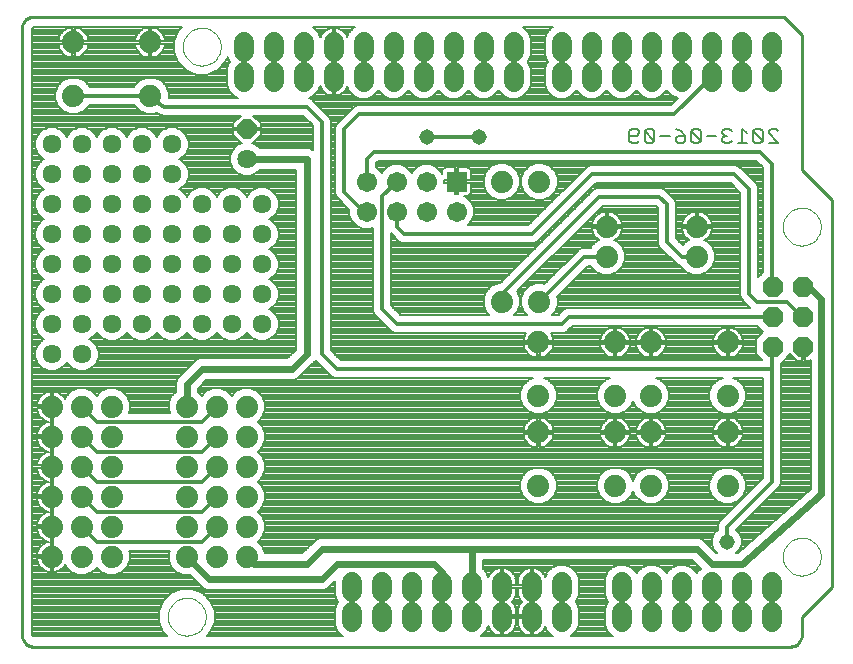
<source format=gbl>
G75*
G70*
%OFA0B0*%
%FSLAX24Y24*%
%IPPOS*%
%LPD*%
%AMOC8*
5,1,8,0,0,1.08239X$1,22.5*
%
%ADD10C,0.0100*%
%ADD11C,0.0080*%
%ADD12C,0.0000*%
%ADD13OC8,0.0694*%
%ADD14C,0.0655*%
%ADD15R,0.0674X0.0674*%
%ADD16C,0.0674*%
%ADD17C,0.0740*%
%ADD18OC8,0.0640*%
%ADD19C,0.0640*%
%ADD20C,0.0240*%
%ADD21C,0.0120*%
%ADD22C,0.0516*%
%ADD23C,0.0634*%
D10*
X000584Y000580D02*
X025796Y000580D01*
X025835Y000582D01*
X025873Y000588D01*
X025910Y000597D01*
X025947Y000610D01*
X025982Y000627D01*
X026015Y000646D01*
X026046Y000669D01*
X026075Y000695D01*
X026101Y000724D01*
X026124Y000755D01*
X026143Y000788D01*
X026160Y000823D01*
X026173Y000860D01*
X026182Y000897D01*
X026188Y000935D01*
X026190Y000974D01*
X026190Y001580D01*
X027190Y002580D01*
X027190Y015480D01*
X026190Y016480D01*
X026190Y020980D01*
X025590Y021580D01*
X000584Y021580D01*
X000545Y021578D01*
X000507Y021572D01*
X000470Y021563D01*
X000433Y021550D01*
X000398Y021533D01*
X000365Y021514D01*
X000334Y021491D01*
X000305Y021465D01*
X000279Y021436D01*
X000256Y021405D01*
X000237Y021372D01*
X000220Y021337D01*
X000207Y021300D01*
X000198Y021263D01*
X000192Y021225D01*
X000190Y021186D01*
X000190Y000974D01*
X000192Y000935D01*
X000198Y000897D01*
X000207Y000860D01*
X000220Y000823D01*
X000237Y000788D01*
X000256Y000755D01*
X000279Y000724D01*
X000305Y000695D01*
X000334Y000669D01*
X000365Y000646D01*
X000398Y000627D01*
X000433Y000610D01*
X000470Y000597D01*
X000507Y000588D01*
X000545Y000582D01*
X000584Y000580D01*
X025190Y011580D02*
X025240Y011580D01*
X025240Y012580D02*
X025190Y012580D01*
X011680Y015080D02*
X011590Y015080D01*
X011690Y016080D02*
X011680Y016080D01*
D11*
X012139Y016437D02*
X012221Y016437D01*
X012191Y016407D02*
X012180Y016381D01*
X012169Y016407D01*
X012007Y016569D01*
X011990Y016576D01*
X011990Y016706D01*
X012064Y016780D01*
X024666Y016780D01*
X024890Y016556D01*
X024890Y013060D01*
X024740Y012910D01*
X024740Y015890D01*
X024694Y016000D01*
X024194Y016500D01*
X024110Y016584D01*
X024000Y016630D01*
X019130Y016630D01*
X019020Y016584D01*
X017066Y014630D01*
X015046Y014630D01*
X015169Y014753D01*
X015257Y014965D01*
X015257Y015195D01*
X015169Y015407D01*
X015007Y015569D01*
X014926Y015603D01*
X015036Y015603D01*
X015071Y015612D01*
X015103Y015631D01*
X015129Y015657D01*
X015148Y015689D01*
X015157Y015724D01*
X015157Y016040D01*
X014720Y016040D01*
X014720Y016120D01*
X014640Y016120D01*
X014640Y016557D01*
X014324Y016557D01*
X014289Y016548D01*
X014257Y016529D01*
X014231Y016503D01*
X014212Y016471D01*
X014203Y016436D01*
X014203Y016326D01*
X014169Y016407D01*
X014007Y016569D01*
X013795Y016657D01*
X013565Y016657D01*
X013353Y016569D01*
X013191Y016407D01*
X013180Y016381D01*
X013169Y016407D01*
X013007Y016569D01*
X012795Y016657D01*
X012565Y016657D01*
X012353Y016569D01*
X012191Y016407D01*
X012299Y016516D02*
X012061Y016516D01*
X011990Y016594D02*
X012413Y016594D01*
X012035Y016751D02*
X024695Y016751D01*
X024773Y016673D02*
X017603Y016673D01*
X017561Y016690D02*
X017319Y016690D01*
X017094Y016597D01*
X016923Y016426D01*
X016830Y016201D01*
X016830Y015959D01*
X016923Y015734D01*
X017094Y015563D01*
X017319Y015470D01*
X017561Y015470D01*
X017786Y015563D01*
X017957Y015734D01*
X018050Y015959D01*
X018050Y016201D01*
X017957Y016426D01*
X017786Y016597D01*
X017561Y016690D01*
X017789Y016594D02*
X019044Y016594D01*
X018951Y016516D02*
X017867Y016516D01*
X017946Y016437D02*
X018873Y016437D01*
X018794Y016359D02*
X017985Y016359D01*
X018017Y016280D02*
X018716Y016280D01*
X018637Y016202D02*
X018050Y016202D01*
X018050Y016123D02*
X018559Y016123D01*
X018480Y016045D02*
X018050Y016045D01*
X018050Y015966D02*
X018402Y015966D01*
X018323Y015888D02*
X018021Y015888D01*
X017988Y015809D02*
X018245Y015809D01*
X018166Y015731D02*
X017953Y015731D01*
X017875Y015652D02*
X018088Y015652D01*
X018009Y015574D02*
X017796Y015574D01*
X017931Y015495D02*
X017622Y015495D01*
X017774Y015338D02*
X015198Y015338D01*
X015230Y015260D02*
X017695Y015260D01*
X017617Y015181D02*
X015257Y015181D01*
X015257Y015103D02*
X017538Y015103D01*
X017460Y015024D02*
X015257Y015024D01*
X015249Y014946D02*
X017381Y014946D01*
X017303Y014867D02*
X015217Y014867D01*
X015184Y014789D02*
X017224Y014789D01*
X017146Y014710D02*
X015126Y014710D01*
X015048Y014632D02*
X017067Y014632D01*
X017680Y014396D02*
X017832Y014396D01*
X017759Y014475D02*
X017910Y014475D01*
X017837Y014553D02*
X017989Y014553D01*
X017916Y014632D02*
X018067Y014632D01*
X017994Y014710D02*
X018146Y014710D01*
X018073Y014789D02*
X018224Y014789D01*
X018151Y014867D02*
X018303Y014867D01*
X018230Y014946D02*
X018381Y014946D01*
X018308Y015024D02*
X018460Y015024D01*
X018387Y015103D02*
X018538Y015103D01*
X018465Y015181D02*
X018617Y015181D01*
X018544Y015260D02*
X018695Y015260D01*
X018622Y015338D02*
X018774Y015338D01*
X018701Y015417D02*
X018852Y015417D01*
X018779Y015495D02*
X018931Y015495D01*
X018858Y015574D02*
X019009Y015574D01*
X018936Y015652D02*
X019088Y015652D01*
X019015Y015731D02*
X019166Y015731D01*
X019093Y015809D02*
X019245Y015809D01*
X019270Y015834D02*
X016126Y012690D01*
X016069Y012690D01*
X015844Y012597D01*
X015673Y012426D01*
X015580Y012201D01*
X015580Y011959D01*
X015673Y011734D01*
X015777Y011630D01*
X012814Y011630D01*
X012490Y011954D01*
X012490Y014356D01*
X012520Y014326D01*
X012770Y014076D01*
X012880Y014030D01*
X017250Y014030D01*
X017360Y014076D01*
X019314Y016030D01*
X023816Y016030D01*
X024140Y015706D01*
X024140Y012270D01*
X024186Y012160D01*
X024270Y012076D01*
X024466Y011880D01*
X018380Y011880D01*
X018270Y011834D01*
X018066Y011630D01*
X017853Y011630D01*
X017957Y011734D01*
X018050Y011959D01*
X018050Y012201D01*
X018031Y012247D01*
X019064Y013280D01*
X019154Y013280D01*
X019173Y013234D01*
X019344Y013063D01*
X019569Y012970D01*
X019811Y012970D01*
X020036Y013063D01*
X020207Y013234D01*
X020300Y013459D01*
X020300Y013701D01*
X020207Y013926D01*
X020036Y014097D01*
X019942Y014136D01*
X019957Y014144D01*
X020022Y014191D01*
X020079Y014248D01*
X020126Y014313D01*
X020163Y014384D01*
X020187Y014461D01*
X020200Y014540D01*
X019730Y014540D01*
X019730Y014620D01*
X020200Y014620D01*
X020200Y014620D01*
X020187Y014699D01*
X020163Y014776D01*
X020126Y014847D01*
X020079Y014912D01*
X020022Y014969D01*
X019957Y015016D01*
X019886Y015053D01*
X019809Y015077D01*
X019730Y015090D01*
X019730Y014620D01*
X019650Y014620D01*
X019650Y015090D01*
X019650Y015090D01*
X019571Y015077D01*
X019494Y015053D01*
X019423Y015016D01*
X019358Y014969D01*
X019301Y014912D01*
X019254Y014847D01*
X019217Y014776D01*
X019193Y014699D01*
X019180Y014620D01*
X019650Y014620D01*
X019650Y014540D01*
X019180Y014540D01*
X019180Y014540D01*
X019193Y014461D01*
X019217Y014384D01*
X019254Y014313D01*
X019301Y014248D01*
X019358Y014191D01*
X019423Y014144D01*
X019438Y014136D01*
X019344Y014097D01*
X019173Y013926D01*
X019154Y013880D01*
X018880Y013880D01*
X018770Y013834D01*
X018686Y013750D01*
X017607Y012671D01*
X017561Y012690D01*
X017319Y012690D01*
X017094Y012597D01*
X016923Y012426D01*
X016830Y012201D01*
X016830Y011959D01*
X016923Y011734D01*
X017027Y011630D01*
X016603Y011630D01*
X016707Y011734D01*
X016800Y011959D01*
X016800Y012201D01*
X016708Y012424D01*
X019564Y015280D01*
X021316Y015280D01*
X021390Y015206D01*
X021390Y014020D01*
X021436Y013910D01*
X022020Y013326D01*
X022130Y013280D01*
X022154Y013280D01*
X022173Y013234D01*
X022344Y013063D01*
X022569Y012970D01*
X022811Y012970D01*
X023036Y013063D01*
X023207Y013234D01*
X023300Y013459D01*
X023300Y013701D01*
X023207Y013926D01*
X023036Y014097D01*
X022942Y014136D01*
X022957Y014144D01*
X023022Y014191D01*
X023079Y014248D01*
X023126Y014313D01*
X023163Y014384D01*
X023187Y014461D01*
X023200Y014540D01*
X022730Y014540D01*
X022730Y014620D01*
X022650Y014620D01*
X022650Y015090D01*
X022650Y015090D01*
X022571Y015077D01*
X022494Y015053D01*
X022423Y015016D01*
X022358Y014969D01*
X022301Y014912D01*
X022254Y014847D01*
X022217Y014776D01*
X022193Y014699D01*
X022180Y014620D01*
X022650Y014620D01*
X022650Y014540D01*
X022180Y014540D01*
X022180Y014540D01*
X022193Y014461D01*
X022217Y014384D01*
X022254Y014313D01*
X022301Y014248D01*
X022358Y014191D01*
X022423Y014144D01*
X022438Y014136D01*
X022344Y014097D01*
X022221Y013973D01*
X021990Y014204D01*
X021990Y015390D01*
X021944Y015500D01*
X021610Y015834D01*
X021500Y015880D01*
X019380Y015880D01*
X019270Y015834D01*
X019172Y015888D02*
X023958Y015888D01*
X023880Y015966D02*
X019250Y015966D01*
X019544Y015260D02*
X021336Y015260D01*
X021390Y015181D02*
X019465Y015181D01*
X019387Y015103D02*
X021390Y015103D01*
X021390Y015024D02*
X019942Y015024D01*
X020046Y014946D02*
X021390Y014946D01*
X021390Y014867D02*
X020112Y014867D01*
X020156Y014789D02*
X021390Y014789D01*
X021390Y014710D02*
X020184Y014710D01*
X020198Y014632D02*
X021390Y014632D01*
X021390Y014553D02*
X019730Y014553D01*
X019730Y014632D02*
X019650Y014632D01*
X019650Y014710D02*
X019730Y014710D01*
X019730Y014789D02*
X019650Y014789D01*
X019650Y014867D02*
X019730Y014867D01*
X019730Y014946D02*
X019650Y014946D01*
X019650Y015024D02*
X019730Y015024D01*
X019730Y015090D02*
X019730Y015090D01*
X019438Y015024D02*
X019308Y015024D01*
X019334Y014946D02*
X019230Y014946D01*
X019268Y014867D02*
X019151Y014867D01*
X019224Y014789D02*
X019073Y014789D01*
X018994Y014710D02*
X019196Y014710D01*
X019182Y014632D02*
X018916Y014632D01*
X018837Y014553D02*
X019650Y014553D01*
X019310Y014239D02*
X018523Y014239D01*
X018445Y014161D02*
X019400Y014161D01*
X019329Y014082D02*
X018366Y014082D01*
X018288Y014004D02*
X019251Y014004D01*
X019173Y013925D02*
X018209Y013925D01*
X018131Y013847D02*
X018800Y013847D01*
X018704Y013768D02*
X018052Y013768D01*
X017974Y013690D02*
X018625Y013690D01*
X018547Y013611D02*
X017895Y013611D01*
X017817Y013533D02*
X018468Y013533D01*
X018390Y013454D02*
X017738Y013454D01*
X017660Y013376D02*
X018311Y013376D01*
X018233Y013297D02*
X017581Y013297D01*
X017503Y013219D02*
X018154Y013219D01*
X018076Y013140D02*
X017424Y013140D01*
X017346Y013062D02*
X017997Y013062D01*
X017919Y012983D02*
X017267Y012983D01*
X017189Y012905D02*
X017840Y012905D01*
X017762Y012826D02*
X017110Y012826D01*
X017032Y012748D02*
X017683Y012748D01*
X017268Y012669D02*
X016953Y012669D01*
X016875Y012591D02*
X017088Y012591D01*
X017009Y012512D02*
X016796Y012512D01*
X016718Y012434D02*
X016931Y012434D01*
X016894Y012355D02*
X016736Y012355D01*
X016769Y012277D02*
X016861Y012277D01*
X016830Y012198D02*
X016800Y012198D01*
X016800Y012120D02*
X016830Y012120D01*
X016830Y012041D02*
X016800Y012041D01*
X016800Y011963D02*
X016830Y011963D01*
X016861Y011884D02*
X016769Y011884D01*
X016737Y011806D02*
X016893Y011806D01*
X016930Y011727D02*
X016700Y011727D01*
X016621Y011649D02*
X017009Y011649D01*
X017005Y011030D02*
X016974Y010987D01*
X016937Y010916D01*
X016913Y010839D01*
X016900Y010760D01*
X017370Y010760D01*
X017370Y010680D01*
X017450Y010680D01*
X017450Y010760D01*
X017920Y010760D01*
X017920Y010760D01*
X017907Y010839D01*
X017883Y010916D01*
X017846Y010987D01*
X017815Y011030D01*
X018250Y011030D01*
X018360Y011076D01*
X018444Y011160D01*
X018564Y011280D01*
X024710Y011280D01*
X024910Y011080D01*
X024653Y010823D01*
X024653Y010337D01*
X024860Y010130D01*
X010814Y010130D01*
X010490Y010454D01*
X010490Y018140D01*
X010444Y018250D01*
X009944Y018750D01*
X009860Y018834D01*
X009764Y018874D01*
X009911Y018935D01*
X010071Y019095D01*
X010145Y019274D01*
X010157Y019237D01*
X010190Y019171D01*
X010234Y019112D01*
X010286Y019060D01*
X010345Y019017D01*
X010411Y018983D01*
X010481Y018961D01*
X010550Y018950D01*
X010550Y019540D01*
X010630Y019540D01*
X010630Y018950D01*
X010699Y018961D01*
X010769Y018983D01*
X010835Y019017D01*
X010894Y019060D01*
X010946Y019112D01*
X010990Y019171D01*
X011023Y019237D01*
X011035Y019274D01*
X011109Y019095D01*
X011269Y018935D01*
X011477Y018849D01*
X011703Y018849D01*
X011911Y018935D01*
X012071Y019095D01*
X012090Y019141D01*
X012109Y019095D01*
X012269Y018935D01*
X012477Y018849D01*
X012703Y018849D01*
X012911Y018935D01*
X013071Y019095D01*
X013090Y019141D01*
X013109Y019095D01*
X013269Y018935D01*
X013477Y018849D01*
X013703Y018849D01*
X013911Y018935D01*
X014071Y019095D01*
X014090Y019141D01*
X014109Y019095D01*
X014269Y018935D01*
X014477Y018849D01*
X014703Y018849D01*
X014911Y018935D01*
X015071Y019095D01*
X015090Y019141D01*
X015109Y019095D01*
X015269Y018935D01*
X015477Y018849D01*
X015703Y018849D01*
X015911Y018935D01*
X016071Y019095D01*
X016090Y019141D01*
X016109Y019095D01*
X016269Y018935D01*
X016477Y018849D01*
X016703Y018849D01*
X016911Y018935D01*
X017071Y019095D01*
X017157Y019303D01*
X017157Y019857D01*
X017071Y020065D01*
X017056Y020080D01*
X017071Y020095D01*
X017157Y020303D01*
X017157Y020857D01*
X017071Y021065D01*
X016911Y021225D01*
X016898Y021230D01*
X017882Y021230D01*
X017869Y021225D01*
X017709Y021065D01*
X017623Y020857D01*
X017623Y020303D01*
X017709Y020095D01*
X017724Y020080D01*
X017709Y020065D01*
X017623Y019857D01*
X017623Y019303D01*
X017709Y019095D01*
X017869Y018935D01*
X018077Y018849D01*
X018303Y018849D01*
X018511Y018935D01*
X018671Y019095D01*
X018690Y019141D01*
X018709Y019095D01*
X018869Y018935D01*
X019077Y018849D01*
X019303Y018849D01*
X019511Y018935D01*
X019671Y019095D01*
X019690Y019141D01*
X019709Y019095D01*
X019869Y018935D01*
X020077Y018849D01*
X020303Y018849D01*
X020511Y018935D01*
X020671Y019095D01*
X020690Y019141D01*
X020709Y019095D01*
X020869Y018935D01*
X021077Y018849D01*
X021303Y018849D01*
X021511Y018935D01*
X021671Y019095D01*
X021690Y019141D01*
X021709Y019095D01*
X021869Y018935D01*
X022047Y018861D01*
X021816Y018630D01*
X011380Y018630D01*
X011270Y018584D01*
X010686Y018000D01*
X010640Y017890D01*
X010640Y015670D01*
X010686Y015560D01*
X011103Y015143D01*
X011103Y014965D01*
X011191Y014753D01*
X011353Y014591D01*
X011565Y014503D01*
X011795Y014503D01*
X011890Y014542D01*
X011890Y011770D01*
X011936Y011660D01*
X012436Y011160D01*
X012520Y011076D01*
X012630Y011030D01*
X017005Y011030D01*
X016998Y011021D02*
X010490Y011021D01*
X010490Y011099D02*
X012497Y011099D01*
X012436Y011160D02*
X012436Y011160D01*
X012418Y011178D02*
X010490Y011178D01*
X010490Y011256D02*
X012340Y011256D01*
X012261Y011335D02*
X010490Y011335D01*
X010490Y011413D02*
X012183Y011413D01*
X012104Y011492D02*
X010490Y011492D01*
X010490Y011570D02*
X012026Y011570D01*
X011947Y011649D02*
X010490Y011649D01*
X010490Y011727D02*
X011908Y011727D01*
X011890Y011806D02*
X010490Y011806D01*
X010490Y011884D02*
X011890Y011884D01*
X011890Y011963D02*
X010490Y011963D01*
X010490Y012041D02*
X011890Y012041D01*
X011890Y012120D02*
X010490Y012120D01*
X010490Y012198D02*
X011890Y012198D01*
X011890Y012277D02*
X010490Y012277D01*
X010490Y012355D02*
X011890Y012355D01*
X011890Y012434D02*
X010490Y012434D01*
X010490Y012512D02*
X011890Y012512D01*
X011890Y012591D02*
X010490Y012591D01*
X010490Y012669D02*
X011890Y012669D01*
X011890Y012748D02*
X010490Y012748D01*
X010490Y012826D02*
X011890Y012826D01*
X011890Y012905D02*
X010490Y012905D01*
X010490Y012983D02*
X011890Y012983D01*
X011890Y013062D02*
X010490Y013062D01*
X010490Y013140D02*
X011890Y013140D01*
X011890Y013219D02*
X010490Y013219D01*
X010490Y013297D02*
X011890Y013297D01*
X011890Y013376D02*
X010490Y013376D01*
X010490Y013454D02*
X011890Y013454D01*
X011890Y013533D02*
X010490Y013533D01*
X010490Y013611D02*
X011890Y013611D01*
X011890Y013690D02*
X010490Y013690D01*
X010490Y013768D02*
X011890Y013768D01*
X011890Y013847D02*
X010490Y013847D01*
X010490Y013925D02*
X011890Y013925D01*
X011890Y014004D02*
X010490Y014004D01*
X010490Y014082D02*
X011890Y014082D01*
X011890Y014161D02*
X010490Y014161D01*
X010490Y014239D02*
X011890Y014239D01*
X011890Y014318D02*
X010490Y014318D01*
X010490Y014396D02*
X011890Y014396D01*
X011890Y014475D02*
X010490Y014475D01*
X010490Y014553D02*
X011444Y014553D01*
X011312Y014632D02*
X010490Y014632D01*
X010490Y014710D02*
X011234Y014710D01*
X011176Y014789D02*
X010490Y014789D01*
X010490Y014867D02*
X011143Y014867D01*
X011111Y014946D02*
X010490Y014946D01*
X010490Y015024D02*
X011103Y015024D01*
X011103Y015103D02*
X010490Y015103D01*
X010490Y015181D02*
X011065Y015181D01*
X010986Y015260D02*
X010490Y015260D01*
X010490Y015338D02*
X010908Y015338D01*
X010829Y015417D02*
X010490Y015417D01*
X010490Y015495D02*
X010751Y015495D01*
X010680Y015574D02*
X010490Y015574D01*
X010490Y015652D02*
X010648Y015652D01*
X010640Y015731D02*
X010490Y015731D01*
X010490Y015809D02*
X010640Y015809D01*
X010640Y015888D02*
X010490Y015888D01*
X010490Y015966D02*
X010640Y015966D01*
X010640Y016045D02*
X010490Y016045D01*
X010490Y016123D02*
X010640Y016123D01*
X010640Y016202D02*
X010490Y016202D01*
X010490Y016280D02*
X010640Y016280D01*
X010640Y016359D02*
X010490Y016359D01*
X010490Y016437D02*
X010640Y016437D01*
X010640Y016516D02*
X010490Y016516D01*
X010490Y016594D02*
X010640Y016594D01*
X010640Y016673D02*
X010490Y016673D01*
X010490Y016751D02*
X010640Y016751D01*
X010640Y016830D02*
X010490Y016830D01*
X010490Y016908D02*
X010640Y016908D01*
X010640Y016987D02*
X010490Y016987D01*
X010490Y017065D02*
X010640Y017065D01*
X010640Y017144D02*
X010490Y017144D01*
X010490Y017222D02*
X010640Y017222D01*
X010640Y017301D02*
X010490Y017301D01*
X010490Y017379D02*
X010640Y017379D01*
X010640Y017458D02*
X010490Y017458D01*
X010490Y017536D02*
X010640Y017536D01*
X010640Y017615D02*
X010490Y017615D01*
X010490Y017693D02*
X010640Y017693D01*
X010640Y017772D02*
X010490Y017772D01*
X010490Y017850D02*
X010640Y017850D01*
X010656Y017929D02*
X010490Y017929D01*
X010490Y018007D02*
X010693Y018007D01*
X010771Y018086D02*
X010490Y018086D01*
X010480Y018164D02*
X010850Y018164D01*
X010928Y018243D02*
X010447Y018243D01*
X010373Y018321D02*
X011007Y018321D01*
X011085Y018400D02*
X010295Y018400D01*
X010216Y018478D02*
X011164Y018478D01*
X011242Y018557D02*
X010138Y018557D01*
X010059Y018635D02*
X021821Y018635D01*
X021899Y018714D02*
X009981Y018714D01*
X009902Y018792D02*
X021978Y018792D01*
X022025Y018871D02*
X021355Y018871D01*
X021525Y018949D02*
X021855Y018949D01*
X021776Y019028D02*
X021604Y019028D01*
X021676Y019106D02*
X021704Y019106D01*
X021025Y018871D02*
X020355Y018871D01*
X020525Y018949D02*
X020855Y018949D01*
X020776Y019028D02*
X020604Y019028D01*
X020676Y019106D02*
X020704Y019106D01*
X020025Y018871D02*
X019355Y018871D01*
X019525Y018949D02*
X019855Y018949D01*
X019776Y019028D02*
X019604Y019028D01*
X019676Y019106D02*
X019704Y019106D01*
X019025Y018871D02*
X018355Y018871D01*
X018525Y018949D02*
X018855Y018949D01*
X018776Y019028D02*
X018604Y019028D01*
X018676Y019106D02*
X018704Y019106D01*
X018025Y018871D02*
X016755Y018871D01*
X016925Y018949D02*
X017855Y018949D01*
X017776Y019028D02*
X017004Y019028D01*
X017076Y019106D02*
X017704Y019106D01*
X017672Y019185D02*
X017108Y019185D01*
X017141Y019263D02*
X017639Y019263D01*
X017623Y019342D02*
X017157Y019342D01*
X017157Y019420D02*
X017623Y019420D01*
X017623Y019499D02*
X017157Y019499D01*
X017157Y019577D02*
X017623Y019577D01*
X017623Y019656D02*
X017157Y019656D01*
X017157Y019734D02*
X017623Y019734D01*
X017623Y019813D02*
X017157Y019813D01*
X017143Y019891D02*
X017637Y019891D01*
X017670Y019970D02*
X017110Y019970D01*
X017078Y020048D02*
X017702Y020048D01*
X017696Y020127D02*
X017084Y020127D01*
X017117Y020205D02*
X017663Y020205D01*
X017631Y020284D02*
X017149Y020284D01*
X017157Y020362D02*
X017623Y020362D01*
X017623Y020441D02*
X017157Y020441D01*
X017157Y020519D02*
X017623Y020519D01*
X017623Y020598D02*
X017157Y020598D01*
X017157Y020676D02*
X017623Y020676D01*
X017623Y020755D02*
X017157Y020755D01*
X017157Y020833D02*
X017623Y020833D01*
X017645Y020912D02*
X017135Y020912D01*
X017102Y020990D02*
X017678Y020990D01*
X017713Y021069D02*
X017067Y021069D01*
X016989Y021147D02*
X017791Y021147D01*
X017871Y021226D02*
X016909Y021226D01*
X016104Y019106D02*
X016076Y019106D01*
X016004Y019028D02*
X016176Y019028D01*
X016255Y018949D02*
X015925Y018949D01*
X015755Y018871D02*
X016425Y018871D01*
X015425Y018871D02*
X014755Y018871D01*
X014925Y018949D02*
X015255Y018949D01*
X015176Y019028D02*
X015004Y019028D01*
X015076Y019106D02*
X015104Y019106D01*
X014425Y018871D02*
X013755Y018871D01*
X013925Y018949D02*
X014255Y018949D01*
X014176Y019028D02*
X014004Y019028D01*
X014076Y019106D02*
X014104Y019106D01*
X013425Y018871D02*
X012755Y018871D01*
X012925Y018949D02*
X013255Y018949D01*
X013176Y019028D02*
X013004Y019028D01*
X013076Y019106D02*
X013104Y019106D01*
X012425Y018871D02*
X011755Y018871D01*
X011925Y018949D02*
X012255Y018949D01*
X012176Y019028D02*
X012004Y019028D01*
X012076Y019106D02*
X012104Y019106D01*
X011425Y018871D02*
X009772Y018871D01*
X009925Y018949D02*
X011255Y018949D01*
X011176Y019028D02*
X010850Y019028D01*
X010941Y019106D02*
X011104Y019106D01*
X011072Y019185D02*
X010996Y019185D01*
X011032Y019263D02*
X011039Y019263D01*
X010630Y019263D02*
X010550Y019263D01*
X010550Y019185D02*
X010630Y019185D01*
X010630Y019106D02*
X010550Y019106D01*
X010550Y019028D02*
X010630Y019028D01*
X010330Y019028D02*
X010004Y019028D01*
X010076Y019106D02*
X010239Y019106D01*
X010184Y019185D02*
X010108Y019185D01*
X010141Y019263D02*
X010148Y019263D01*
X010550Y019342D02*
X010630Y019342D01*
X010630Y019420D02*
X010550Y019420D01*
X010550Y019499D02*
X010630Y019499D01*
X010630Y019620D02*
X010550Y019620D01*
X010550Y019950D01*
X010550Y020540D01*
X010630Y020540D01*
X010630Y019620D01*
X010630Y019656D02*
X010550Y019656D01*
X010550Y019734D02*
X010630Y019734D01*
X010630Y019813D02*
X010550Y019813D01*
X010550Y019891D02*
X010630Y019891D01*
X010630Y019970D02*
X010550Y019970D01*
X010550Y020048D02*
X010630Y020048D01*
X010630Y020127D02*
X010550Y020127D01*
X010550Y020205D02*
X010630Y020205D01*
X010630Y020284D02*
X010550Y020284D01*
X010550Y020362D02*
X010630Y020362D01*
X010630Y020441D02*
X010550Y020441D01*
X010550Y020519D02*
X010630Y020519D01*
X010630Y020620D02*
X010550Y020620D01*
X010550Y021210D01*
X010481Y021199D01*
X010411Y021177D01*
X010345Y021143D01*
X010286Y021100D01*
X010234Y021048D01*
X010190Y020989D01*
X010157Y020923D01*
X010145Y020886D01*
X010071Y021065D01*
X009911Y021225D01*
X009898Y021230D01*
X011282Y021230D01*
X011269Y021225D01*
X011109Y021065D01*
X011035Y020886D01*
X011023Y020923D01*
X010990Y020989D01*
X010946Y021048D01*
X010894Y021100D01*
X010835Y021143D01*
X010769Y021177D01*
X010699Y021199D01*
X010630Y021210D01*
X010630Y020620D01*
X010630Y020676D02*
X010550Y020676D01*
X010550Y020755D02*
X010630Y020755D01*
X010630Y020833D02*
X010550Y020833D01*
X010550Y020912D02*
X010630Y020912D01*
X010630Y020990D02*
X010550Y020990D01*
X010550Y021069D02*
X010630Y021069D01*
X010630Y021147D02*
X010550Y021147D01*
X010352Y021147D02*
X009989Y021147D01*
X010067Y021069D02*
X010254Y021069D01*
X010191Y020990D02*
X010102Y020990D01*
X010135Y020912D02*
X010153Y020912D01*
X009909Y021226D02*
X011271Y021226D01*
X011191Y021147D02*
X010828Y021147D01*
X010926Y021069D02*
X011113Y021069D01*
X011078Y020990D02*
X010989Y020990D01*
X011027Y020912D02*
X011045Y020912D01*
X007124Y020080D02*
X007109Y020065D01*
X007023Y019857D01*
X007023Y019303D01*
X007109Y019095D01*
X007269Y018935D01*
X007402Y018880D01*
X005080Y018880D01*
X005080Y019061D01*
X004987Y019286D01*
X004816Y019457D01*
X004591Y019550D01*
X004349Y019550D01*
X004124Y019457D01*
X003953Y019286D01*
X003934Y019240D01*
X002446Y019240D01*
X002427Y019286D01*
X002256Y019457D01*
X002031Y019550D01*
X001789Y019550D01*
X001564Y019457D01*
X001393Y019286D01*
X001300Y019061D01*
X001300Y018819D01*
X001393Y018594D01*
X001564Y018423D01*
X001789Y018330D01*
X002031Y018330D01*
X002256Y018423D01*
X002427Y018594D01*
X002446Y018640D01*
X003934Y018640D01*
X003953Y018594D01*
X004124Y018423D01*
X004349Y018330D01*
X004591Y018330D01*
X004704Y018377D01*
X004749Y018346D01*
X004770Y018326D01*
X004799Y018314D01*
X004825Y018297D01*
X004853Y018291D01*
X004880Y018280D01*
X004911Y018280D01*
X004942Y018274D01*
X004970Y018280D01*
X007489Y018280D01*
X007230Y018021D01*
X007230Y017870D01*
X007650Y017870D01*
X007650Y017790D01*
X007230Y017790D01*
X007230Y017639D01*
X007499Y017370D01*
X007530Y017370D01*
X007373Y017305D01*
X007215Y017147D01*
X007130Y016941D01*
X007130Y016719D01*
X007215Y016513D01*
X007373Y016355D01*
X007579Y016270D01*
X007801Y016270D01*
X008007Y016355D01*
X008122Y016470D01*
X009330Y016470D01*
X009330Y010479D01*
X009041Y010190D01*
X006118Y010190D01*
X005986Y010135D01*
X005885Y010034D01*
X005385Y009534D01*
X005330Y009402D01*
X005330Y009083D01*
X005173Y008926D01*
X005080Y008701D01*
X005080Y008459D01*
X005113Y008380D01*
X003767Y008380D01*
X003800Y008459D01*
X003800Y008701D01*
X003707Y008926D01*
X003536Y009097D01*
X003311Y009190D01*
X003069Y009190D01*
X002844Y009097D01*
X002690Y008943D01*
X002536Y009097D01*
X002311Y009190D01*
X002069Y009190D01*
X001844Y009097D01*
X001673Y008926D01*
X001634Y008832D01*
X001626Y008847D01*
X001579Y008912D01*
X001522Y008969D01*
X001457Y009016D01*
X001386Y009053D01*
X001309Y009077D01*
X001230Y009090D01*
X001230Y008620D01*
X001150Y008620D01*
X001150Y009090D01*
X001150Y009090D01*
X001071Y009077D01*
X000994Y009053D01*
X000923Y009016D01*
X000858Y008969D01*
X000801Y008912D01*
X000754Y008847D01*
X000717Y008776D01*
X000693Y008699D01*
X000680Y008620D01*
X001150Y008620D01*
X001150Y008540D01*
X000680Y008540D01*
X000680Y008540D01*
X000693Y008461D01*
X000717Y008384D01*
X000754Y008313D01*
X000801Y008248D01*
X000858Y008191D01*
X000923Y008144D01*
X000994Y008107D01*
X001071Y008083D01*
X001087Y008080D01*
X001071Y008077D01*
X000994Y008053D01*
X000923Y008016D01*
X000858Y007969D01*
X000801Y007912D01*
X000754Y007847D01*
X000717Y007776D01*
X000693Y007699D01*
X000680Y007620D01*
X001150Y007620D01*
X001150Y008090D01*
X001150Y008540D01*
X001230Y008540D01*
X001230Y007620D01*
X001150Y007620D01*
X001150Y007540D01*
X000680Y007540D01*
X000680Y007540D01*
X000693Y007461D01*
X000717Y007384D01*
X000754Y007313D01*
X000801Y007248D01*
X000858Y007191D01*
X000923Y007144D01*
X000994Y007107D01*
X001071Y007083D01*
X001087Y007080D01*
X001071Y007077D01*
X000994Y007053D01*
X000923Y007016D01*
X000858Y006969D01*
X000801Y006912D01*
X000754Y006847D01*
X000717Y006776D01*
X000693Y006699D01*
X000680Y006620D01*
X001150Y006620D01*
X001150Y007090D01*
X001150Y007540D01*
X001230Y007540D01*
X001230Y006620D01*
X001150Y006620D01*
X001150Y006540D01*
X000680Y006540D01*
X000680Y006540D01*
X000693Y006461D01*
X000717Y006384D01*
X000754Y006313D01*
X000801Y006248D01*
X000858Y006191D01*
X000923Y006144D01*
X000994Y006107D01*
X001071Y006083D01*
X001087Y006080D01*
X001071Y006077D01*
X000994Y006053D01*
X000923Y006016D01*
X000858Y005969D01*
X000801Y005912D01*
X000754Y005847D01*
X000717Y005776D01*
X000693Y005699D01*
X000680Y005620D01*
X001150Y005620D01*
X001150Y006090D01*
X001150Y006540D01*
X001230Y006540D01*
X001230Y005620D01*
X001150Y005620D01*
X001150Y005540D01*
X000680Y005540D01*
X000680Y005540D01*
X000693Y005461D01*
X000717Y005384D01*
X000754Y005313D01*
X000801Y005248D01*
X000858Y005191D01*
X000923Y005144D01*
X000994Y005107D01*
X001071Y005083D01*
X001087Y005080D01*
X001071Y005077D01*
X000994Y005053D01*
X000923Y005016D01*
X000858Y004969D01*
X000801Y004912D01*
X000754Y004847D01*
X000717Y004776D01*
X000693Y004699D01*
X000680Y004620D01*
X001150Y004620D01*
X001150Y005090D01*
X001150Y005540D01*
X001230Y005540D01*
X001230Y004620D01*
X001150Y004620D01*
X001150Y004540D01*
X000680Y004540D01*
X000680Y004540D01*
X000693Y004461D01*
X000717Y004384D01*
X000754Y004313D01*
X000801Y004248D01*
X000858Y004191D01*
X000923Y004144D01*
X000994Y004107D01*
X001071Y004083D01*
X001087Y004080D01*
X001071Y004077D01*
X000994Y004053D01*
X000923Y004016D01*
X000858Y003969D01*
X000801Y003912D01*
X000754Y003847D01*
X000717Y003776D01*
X000693Y003699D01*
X000680Y003620D01*
X001150Y003620D01*
X001150Y004090D01*
X001150Y004540D01*
X001230Y004540D01*
X001230Y003620D01*
X001150Y003620D01*
X001150Y003540D01*
X001230Y003540D01*
X001230Y003070D01*
X001230Y003070D01*
X001309Y003083D01*
X001386Y003107D01*
X001457Y003144D01*
X001522Y003191D01*
X001579Y003248D01*
X001626Y003313D01*
X001634Y003328D01*
X001673Y003234D01*
X001844Y003063D01*
X002069Y002970D01*
X002311Y002970D01*
X002536Y003063D01*
X002690Y003217D01*
X002844Y003063D01*
X003069Y002970D01*
X003311Y002970D01*
X003536Y003063D01*
X003707Y003234D01*
X003800Y003459D01*
X003800Y003701D01*
X003767Y003780D01*
X005113Y003780D01*
X005080Y003701D01*
X005080Y003459D01*
X005173Y003234D01*
X005344Y003063D01*
X005569Y002970D01*
X005791Y002970D01*
X006135Y002626D01*
X006236Y002525D01*
X006368Y002470D01*
X010262Y002470D01*
X010394Y002525D01*
X010623Y002754D01*
X010623Y002303D01*
X010709Y002095D01*
X010724Y002080D01*
X010709Y002065D01*
X010623Y001857D01*
X010623Y001303D01*
X010709Y001095D01*
X010869Y000935D01*
X010882Y000930D01*
X006355Y000930D01*
X006478Y001053D01*
X006620Y001395D01*
X006620Y001765D01*
X006478Y002107D01*
X006217Y002368D01*
X005875Y002510D01*
X005505Y002510D01*
X005163Y002368D01*
X004902Y002107D01*
X004760Y001765D01*
X004760Y001395D01*
X004902Y001053D01*
X005025Y000930D01*
X000584Y000930D01*
X000575Y000931D01*
X000559Y000937D01*
X000547Y000949D01*
X000541Y000965D01*
X000540Y000974D01*
X000540Y021186D01*
X000541Y021195D01*
X000547Y021211D01*
X000559Y021223D01*
X000575Y021229D01*
X000584Y021230D01*
X005525Y021230D01*
X005402Y021107D01*
X005260Y020765D01*
X005260Y020395D01*
X005402Y020053D01*
X005663Y019792D01*
X006005Y019650D01*
X006375Y019650D01*
X006717Y019792D01*
X006978Y020053D01*
X007052Y020232D01*
X007109Y020095D01*
X007124Y020080D01*
X007102Y020048D02*
X006973Y020048D01*
X007009Y020127D02*
X007096Y020127D01*
X007063Y020205D02*
X007041Y020205D01*
X007070Y019970D02*
X006895Y019970D01*
X006816Y019891D02*
X007037Y019891D01*
X007023Y019813D02*
X006738Y019813D01*
X006578Y019734D02*
X007023Y019734D01*
X007023Y019656D02*
X006388Y019656D01*
X005992Y019656D02*
X000540Y019656D01*
X000540Y019734D02*
X005802Y019734D01*
X005642Y019813D02*
X000540Y019813D01*
X000540Y019891D02*
X005564Y019891D01*
X005485Y019970D02*
X000540Y019970D01*
X000540Y020048D02*
X005407Y020048D01*
X005371Y020127D02*
X000540Y020127D01*
X000540Y020205D02*
X005339Y020205D01*
X005306Y020284D02*
X004737Y020284D01*
X004802Y020331D01*
X004859Y020388D01*
X004906Y020453D01*
X004943Y020524D01*
X004967Y020601D01*
X004980Y020680D01*
X004510Y020680D01*
X004510Y020760D01*
X004980Y020760D01*
X004980Y020760D01*
X004967Y020839D01*
X004943Y020916D01*
X004906Y020987D01*
X004859Y021052D01*
X004802Y021109D01*
X004737Y021156D01*
X004666Y021193D01*
X004589Y021217D01*
X004510Y021230D01*
X004510Y021230D01*
X004510Y020760D01*
X004430Y020760D01*
X004430Y021230D01*
X004430Y021230D01*
X004351Y021217D01*
X004274Y021193D01*
X004203Y021156D01*
X004138Y021109D01*
X004081Y021052D01*
X004034Y020987D01*
X003997Y020916D01*
X003973Y020839D01*
X003960Y020760D01*
X004430Y020760D01*
X004430Y020680D01*
X004510Y020680D01*
X004510Y020210D01*
X004510Y020210D01*
X004589Y020223D01*
X004666Y020247D01*
X004737Y020284D01*
X004833Y020362D02*
X005274Y020362D01*
X005260Y020441D02*
X004897Y020441D01*
X004940Y020519D02*
X005260Y020519D01*
X005260Y020598D02*
X004966Y020598D01*
X004979Y020676D02*
X005260Y020676D01*
X005260Y020755D02*
X004510Y020755D01*
X004510Y020833D02*
X004430Y020833D01*
X004430Y020755D02*
X001950Y020755D01*
X001950Y020760D02*
X002420Y020760D01*
X002420Y020760D01*
X002407Y020839D01*
X002383Y020916D01*
X002346Y020987D01*
X002299Y021052D01*
X002242Y021109D01*
X002177Y021156D01*
X002106Y021193D01*
X002029Y021217D01*
X001950Y021230D01*
X001950Y021230D01*
X001950Y020760D01*
X001950Y020680D01*
X002420Y020680D01*
X002420Y020680D01*
X002407Y020601D01*
X002383Y020524D01*
X002346Y020453D01*
X002299Y020388D01*
X002242Y020331D01*
X002177Y020284D01*
X002106Y020247D01*
X002029Y020223D01*
X001950Y020210D01*
X001950Y020210D01*
X001950Y020680D01*
X001870Y020680D01*
X001870Y020210D01*
X001870Y020210D01*
X001791Y020223D01*
X001714Y020247D01*
X001643Y020284D01*
X001578Y020331D01*
X001521Y020388D01*
X001474Y020453D01*
X001437Y020524D01*
X001413Y020601D01*
X001400Y020680D01*
X001400Y020680D01*
X001870Y020680D01*
X001870Y020760D01*
X001870Y021230D01*
X001870Y021230D01*
X001791Y021217D01*
X001714Y021193D01*
X001643Y021156D01*
X001578Y021109D01*
X001521Y021052D01*
X001474Y020987D01*
X001437Y020916D01*
X001413Y020839D01*
X001400Y020760D01*
X001870Y020760D01*
X001950Y020760D01*
X001950Y020833D02*
X001870Y020833D01*
X001870Y020755D02*
X000540Y020755D01*
X000540Y020833D02*
X001412Y020833D01*
X001400Y020760D02*
X001400Y020760D01*
X001401Y020676D02*
X000540Y020676D01*
X000540Y020598D02*
X001414Y020598D01*
X001440Y020519D02*
X000540Y020519D01*
X000540Y020441D02*
X001483Y020441D01*
X001547Y020362D02*
X000540Y020362D01*
X000540Y020284D02*
X001643Y020284D01*
X001870Y020284D02*
X001950Y020284D01*
X001950Y020362D02*
X001870Y020362D01*
X001870Y020441D02*
X001950Y020441D01*
X001950Y020519D02*
X001870Y020519D01*
X001870Y020598D02*
X001950Y020598D01*
X001950Y020676D02*
X001870Y020676D01*
X001870Y020912D02*
X001950Y020912D01*
X001950Y020990D02*
X001870Y020990D01*
X001870Y021069D02*
X001950Y021069D01*
X001950Y021147D02*
X001870Y021147D01*
X001870Y021226D02*
X001950Y021226D01*
X001978Y021226D02*
X004402Y021226D01*
X004430Y021226D02*
X004510Y021226D01*
X004538Y021226D02*
X005520Y021226D01*
X005442Y021147D02*
X004750Y021147D01*
X004843Y021069D02*
X005386Y021069D01*
X005353Y020990D02*
X004904Y020990D01*
X004944Y020912D02*
X005321Y020912D01*
X005288Y020833D02*
X004968Y020833D01*
X004980Y020680D02*
X004980Y020680D01*
X004510Y020676D02*
X004430Y020676D01*
X004430Y020680D02*
X004430Y020210D01*
X004430Y020210D01*
X004351Y020223D01*
X004274Y020247D01*
X004203Y020284D01*
X004138Y020331D01*
X004081Y020388D01*
X004034Y020453D01*
X003997Y020524D01*
X003973Y020601D01*
X003960Y020680D01*
X003960Y020680D01*
X004430Y020680D01*
X004430Y020598D02*
X004510Y020598D01*
X004510Y020519D02*
X004430Y020519D01*
X004430Y020441D02*
X004510Y020441D01*
X004510Y020362D02*
X004430Y020362D01*
X004430Y020284D02*
X004510Y020284D01*
X004203Y020284D02*
X002177Y020284D01*
X002273Y020362D02*
X004107Y020362D01*
X004043Y020441D02*
X002337Y020441D01*
X002380Y020519D02*
X004000Y020519D01*
X003974Y020598D02*
X002406Y020598D01*
X002419Y020676D02*
X003961Y020676D01*
X003960Y020760D02*
X003960Y020760D01*
X003972Y020833D02*
X002408Y020833D01*
X002384Y020912D02*
X003996Y020912D01*
X004036Y020990D02*
X002344Y020990D01*
X002283Y021069D02*
X004097Y021069D01*
X004190Y021147D02*
X002190Y021147D01*
X001842Y021226D02*
X000566Y021226D01*
X000540Y021147D02*
X001630Y021147D01*
X001537Y021069D02*
X000540Y021069D01*
X000540Y020990D02*
X001476Y020990D01*
X001436Y020912D02*
X000540Y020912D01*
X000540Y019577D02*
X007023Y019577D01*
X007023Y019499D02*
X004716Y019499D01*
X004853Y019420D02*
X007023Y019420D01*
X007023Y019342D02*
X004931Y019342D01*
X004996Y019263D02*
X007039Y019263D01*
X007072Y019185D02*
X005029Y019185D01*
X005061Y019106D02*
X007104Y019106D01*
X007176Y019028D02*
X005080Y019028D01*
X005080Y018949D02*
X007255Y018949D01*
X007891Y018280D02*
X009566Y018280D01*
X009890Y017956D01*
X009890Y017137D01*
X009762Y017190D01*
X008122Y017190D01*
X008007Y017305D01*
X007850Y017370D01*
X007881Y017370D01*
X008150Y017639D01*
X008150Y017790D01*
X007730Y017790D01*
X007730Y017870D01*
X008150Y017870D01*
X008150Y018021D01*
X007891Y018280D01*
X007928Y018243D02*
X009603Y018243D01*
X009682Y018164D02*
X008006Y018164D01*
X008085Y018086D02*
X009760Y018086D01*
X009839Y018007D02*
X008150Y018007D01*
X008150Y017929D02*
X009890Y017929D01*
X009890Y017850D02*
X007730Y017850D01*
X007650Y017850D02*
X005390Y017850D01*
X005301Y017887D02*
X005079Y017887D01*
X004874Y017802D01*
X004718Y017646D01*
X004690Y017579D01*
X004662Y017646D01*
X004506Y017802D01*
X004301Y017887D01*
X004079Y017887D01*
X003874Y017802D01*
X003718Y017646D01*
X003690Y017579D01*
X003662Y017646D01*
X003506Y017802D01*
X003301Y017887D01*
X003079Y017887D01*
X002874Y017802D01*
X002718Y017646D01*
X002690Y017579D01*
X002662Y017646D01*
X002506Y017802D01*
X002301Y017887D01*
X002079Y017887D01*
X001874Y017802D01*
X001718Y017646D01*
X001690Y017579D01*
X001662Y017646D01*
X001506Y017802D01*
X001301Y017887D01*
X001079Y017887D01*
X000874Y017802D01*
X000718Y017646D01*
X000633Y017441D01*
X000633Y017219D01*
X000718Y017014D01*
X000874Y016858D01*
X000941Y016830D01*
X000874Y016802D01*
X000718Y016646D01*
X000633Y016441D01*
X000633Y016219D01*
X000718Y016014D01*
X000874Y015858D01*
X000941Y015830D01*
X000874Y015802D01*
X000718Y015646D01*
X000633Y015441D01*
X000633Y015219D01*
X000718Y015014D01*
X000874Y014858D01*
X000941Y014830D01*
X000874Y014802D01*
X000718Y014646D01*
X000633Y014441D01*
X000633Y014219D01*
X000718Y014014D01*
X000874Y013858D01*
X000941Y013830D01*
X000874Y013802D01*
X000718Y013646D01*
X000633Y013441D01*
X000633Y013219D01*
X000718Y013014D01*
X000874Y012858D01*
X000941Y012830D01*
X000874Y012802D01*
X000718Y012646D01*
X000633Y012441D01*
X000633Y012219D01*
X000718Y012014D01*
X000874Y011858D01*
X000941Y011830D01*
X000874Y011802D01*
X000718Y011646D01*
X000633Y011441D01*
X000633Y011219D01*
X000718Y011014D01*
X000874Y010858D01*
X000941Y010830D01*
X000874Y010802D01*
X000718Y010646D01*
X000633Y010441D01*
X000633Y010219D01*
X000718Y010014D01*
X000874Y009858D01*
X001079Y009773D01*
X001301Y009773D01*
X001506Y009858D01*
X001662Y010014D01*
X001690Y010081D01*
X001718Y010014D01*
X001874Y009858D01*
X002079Y009773D01*
X002301Y009773D01*
X002506Y009858D01*
X002662Y010014D01*
X002747Y010219D01*
X002747Y010441D01*
X002662Y010646D01*
X002506Y010802D01*
X002439Y010830D01*
X002506Y010858D01*
X002662Y011014D01*
X002690Y011081D01*
X002718Y011014D01*
X002874Y010858D01*
X003079Y010773D01*
X003301Y010773D01*
X003506Y010858D01*
X003662Y011014D01*
X003690Y011081D01*
X003718Y011014D01*
X003874Y010858D01*
X004079Y010773D01*
X004301Y010773D01*
X004506Y010858D01*
X004662Y011014D01*
X004690Y011081D01*
X004718Y011014D01*
X004874Y010858D01*
X005079Y010773D01*
X005301Y010773D01*
X005506Y010858D01*
X005662Y011014D01*
X005690Y011081D01*
X005718Y011014D01*
X005874Y010858D01*
X006079Y010773D01*
X006301Y010773D01*
X006506Y010858D01*
X006662Y011014D01*
X006690Y011081D01*
X006718Y011014D01*
X006874Y010858D01*
X007079Y010773D01*
X007301Y010773D01*
X007506Y010858D01*
X007662Y011014D01*
X007690Y011081D01*
X007718Y011014D01*
X007874Y010858D01*
X008079Y010773D01*
X008301Y010773D01*
X008506Y010858D01*
X008662Y011014D01*
X008747Y011219D01*
X008747Y011441D01*
X008662Y011646D01*
X008506Y011802D01*
X008439Y011830D01*
X008506Y011858D01*
X008662Y012014D01*
X008747Y012219D01*
X008747Y012441D01*
X008662Y012646D01*
X008506Y012802D01*
X008439Y012830D01*
X008506Y012858D01*
X008662Y013014D01*
X008747Y013219D01*
X008747Y013441D01*
X008662Y013646D01*
X008506Y013802D01*
X008439Y013830D01*
X008506Y013858D01*
X008662Y014014D01*
X008747Y014219D01*
X008747Y014441D01*
X008662Y014646D01*
X008506Y014802D01*
X008439Y014830D01*
X008506Y014858D01*
X008662Y015014D01*
X008747Y015219D01*
X008747Y015441D01*
X008662Y015646D01*
X008506Y015802D01*
X008301Y015887D01*
X008079Y015887D01*
X007874Y015802D01*
X007718Y015646D01*
X007690Y015579D01*
X007662Y015646D01*
X007506Y015802D01*
X007301Y015887D01*
X007079Y015887D01*
X006874Y015802D01*
X006718Y015646D01*
X006690Y015579D01*
X006662Y015646D01*
X006506Y015802D01*
X006301Y015887D01*
X006079Y015887D01*
X005874Y015802D01*
X005718Y015646D01*
X005690Y015579D01*
X005662Y015646D01*
X005506Y015802D01*
X005439Y015830D01*
X005506Y015858D01*
X005662Y016014D01*
X005747Y016219D01*
X005747Y016441D01*
X005662Y016646D01*
X005506Y016802D01*
X005439Y016830D01*
X005506Y016858D01*
X005662Y017014D01*
X005747Y017219D01*
X005747Y017441D01*
X005662Y017646D01*
X005506Y017802D01*
X005301Y017887D01*
X005536Y017772D02*
X007230Y017772D01*
X007230Y017693D02*
X005615Y017693D01*
X005675Y017615D02*
X007255Y017615D01*
X007333Y017536D02*
X005708Y017536D01*
X005740Y017458D02*
X007412Y017458D01*
X007490Y017379D02*
X005747Y017379D01*
X005747Y017301D02*
X007369Y017301D01*
X007290Y017222D02*
X005747Y017222D01*
X005716Y017144D02*
X007214Y017144D01*
X007181Y017065D02*
X005683Y017065D01*
X005635Y016987D02*
X007149Y016987D01*
X007130Y016908D02*
X005556Y016908D01*
X005440Y016830D02*
X007130Y016830D01*
X007130Y016751D02*
X005557Y016751D01*
X005635Y016673D02*
X007149Y016673D01*
X007182Y016594D02*
X005684Y016594D01*
X005716Y016516D02*
X007214Y016516D01*
X007291Y016437D02*
X005747Y016437D01*
X005747Y016359D02*
X007369Y016359D01*
X007554Y016280D02*
X005747Y016280D01*
X005740Y016202D02*
X009330Y016202D01*
X009330Y016280D02*
X007826Y016280D01*
X008011Y016359D02*
X009330Y016359D01*
X009330Y016437D02*
X008089Y016437D01*
X007891Y015809D02*
X007489Y015809D01*
X007577Y015731D02*
X007803Y015731D01*
X007724Y015652D02*
X007656Y015652D01*
X006891Y015809D02*
X006489Y015809D01*
X006577Y015731D02*
X006803Y015731D01*
X006724Y015652D02*
X006656Y015652D01*
X005891Y015809D02*
X005489Y015809D01*
X005535Y015888D02*
X009330Y015888D01*
X009330Y015966D02*
X005614Y015966D01*
X005675Y016045D02*
X009330Y016045D01*
X009330Y016123D02*
X005707Y016123D01*
X005803Y015731D02*
X005577Y015731D01*
X005656Y015652D02*
X005724Y015652D01*
X008489Y015809D02*
X009330Y015809D01*
X009330Y015731D02*
X008577Y015731D01*
X008656Y015652D02*
X009330Y015652D01*
X009330Y015574D02*
X008692Y015574D01*
X008725Y015495D02*
X009330Y015495D01*
X009330Y015417D02*
X008747Y015417D01*
X008747Y015338D02*
X009330Y015338D01*
X009330Y015260D02*
X008747Y015260D01*
X008731Y015181D02*
X009330Y015181D01*
X009330Y015103D02*
X008699Y015103D01*
X008666Y015024D02*
X009330Y015024D01*
X009330Y014946D02*
X008593Y014946D01*
X008515Y014867D02*
X009330Y014867D01*
X009330Y014789D02*
X008519Y014789D01*
X008598Y014710D02*
X009330Y014710D01*
X009330Y014632D02*
X008668Y014632D01*
X008701Y014553D02*
X009330Y014553D01*
X009330Y014475D02*
X008733Y014475D01*
X008747Y014396D02*
X009330Y014396D01*
X009330Y014318D02*
X008747Y014318D01*
X008747Y014239D02*
X009330Y014239D01*
X009330Y014161D02*
X008723Y014161D01*
X008690Y014082D02*
X009330Y014082D01*
X009330Y014004D02*
X008651Y014004D01*
X008573Y013925D02*
X009330Y013925D01*
X009330Y013847D02*
X008479Y013847D01*
X008540Y013768D02*
X009330Y013768D01*
X009330Y013690D02*
X008618Y013690D01*
X008677Y013611D02*
X009330Y013611D01*
X009330Y013533D02*
X008709Y013533D01*
X008742Y013454D02*
X009330Y013454D01*
X009330Y013376D02*
X008747Y013376D01*
X008747Y013297D02*
X009330Y013297D01*
X009330Y013219D02*
X008747Y013219D01*
X008714Y013140D02*
X009330Y013140D01*
X009330Y013062D02*
X008682Y013062D01*
X008631Y012983D02*
X009330Y012983D01*
X009330Y012905D02*
X008552Y012905D01*
X008448Y012826D02*
X009330Y012826D01*
X009330Y012748D02*
X008560Y012748D01*
X008639Y012669D02*
X009330Y012669D01*
X009330Y012591D02*
X008685Y012591D01*
X008718Y012512D02*
X009330Y012512D01*
X009330Y012434D02*
X008747Y012434D01*
X008747Y012355D02*
X009330Y012355D01*
X009330Y012277D02*
X008747Y012277D01*
X008738Y012198D02*
X009330Y012198D01*
X009330Y012120D02*
X008706Y012120D01*
X008673Y012041D02*
X009330Y012041D01*
X009330Y011963D02*
X008610Y011963D01*
X008532Y011884D02*
X009330Y011884D01*
X009330Y011806D02*
X008498Y011806D01*
X008581Y011727D02*
X009330Y011727D01*
X009330Y011649D02*
X008659Y011649D01*
X008694Y011570D02*
X009330Y011570D01*
X009330Y011492D02*
X008726Y011492D01*
X008747Y011413D02*
X009330Y011413D01*
X009330Y011335D02*
X008747Y011335D01*
X008747Y011256D02*
X009330Y011256D01*
X009330Y011178D02*
X008730Y011178D01*
X008697Y011099D02*
X009330Y011099D01*
X009330Y011021D02*
X008665Y011021D01*
X008590Y010942D02*
X009330Y010942D01*
X009330Y010864D02*
X008511Y010864D01*
X008330Y010785D02*
X009330Y010785D01*
X009330Y010707D02*
X002601Y010707D01*
X002670Y010628D02*
X009330Y010628D01*
X009330Y010550D02*
X002702Y010550D01*
X002735Y010471D02*
X009322Y010471D01*
X009243Y010393D02*
X002747Y010393D01*
X002747Y010314D02*
X009165Y010314D01*
X009086Y010236D02*
X002747Y010236D01*
X002721Y010157D02*
X006039Y010157D01*
X005929Y010079D02*
X002689Y010079D01*
X002648Y010000D02*
X005851Y010000D01*
X005772Y009922D02*
X002569Y009922D01*
X002470Y009843D02*
X005694Y009843D01*
X005615Y009765D02*
X000540Y009765D01*
X000540Y009843D02*
X000910Y009843D01*
X000811Y009922D02*
X000540Y009922D01*
X000540Y010000D02*
X000732Y010000D01*
X000691Y010079D02*
X000540Y010079D01*
X000540Y010157D02*
X000659Y010157D01*
X000633Y010236D02*
X000540Y010236D01*
X000540Y010314D02*
X000633Y010314D01*
X000633Y010393D02*
X000540Y010393D01*
X000540Y010471D02*
X000645Y010471D01*
X000678Y010550D02*
X000540Y010550D01*
X000540Y010628D02*
X000710Y010628D01*
X000779Y010707D02*
X000540Y010707D01*
X000540Y010785D02*
X000857Y010785D01*
X000869Y010864D02*
X000540Y010864D01*
X000540Y010942D02*
X000790Y010942D01*
X000715Y011021D02*
X000540Y011021D01*
X000540Y011099D02*
X000683Y011099D01*
X000650Y011178D02*
X000540Y011178D01*
X000540Y011256D02*
X000633Y011256D01*
X000633Y011335D02*
X000540Y011335D01*
X000540Y011413D02*
X000633Y011413D01*
X000654Y011492D02*
X000540Y011492D01*
X000540Y011570D02*
X000686Y011570D01*
X000721Y011649D02*
X000540Y011649D01*
X000540Y011727D02*
X000799Y011727D01*
X000882Y011806D02*
X000540Y011806D01*
X000540Y011884D02*
X000848Y011884D01*
X000770Y011963D02*
X000540Y011963D01*
X000540Y012041D02*
X000707Y012041D01*
X000674Y012120D02*
X000540Y012120D01*
X000540Y012198D02*
X000642Y012198D01*
X000633Y012277D02*
X000540Y012277D01*
X000540Y012355D02*
X000633Y012355D01*
X000633Y012434D02*
X000540Y012434D01*
X000540Y012512D02*
X000662Y012512D01*
X000695Y012591D02*
X000540Y012591D01*
X000540Y012669D02*
X000741Y012669D01*
X000820Y012748D02*
X000540Y012748D01*
X000540Y012826D02*
X000932Y012826D01*
X000828Y012905D02*
X000540Y012905D01*
X000540Y012983D02*
X000749Y012983D01*
X000698Y013062D02*
X000540Y013062D01*
X000540Y013140D02*
X000666Y013140D01*
X000633Y013219D02*
X000540Y013219D01*
X000540Y013297D02*
X000633Y013297D01*
X000633Y013376D02*
X000540Y013376D01*
X000540Y013454D02*
X000638Y013454D01*
X000671Y013533D02*
X000540Y013533D01*
X000540Y013611D02*
X000703Y013611D01*
X000762Y013690D02*
X000540Y013690D01*
X000540Y013768D02*
X000840Y013768D01*
X000901Y013847D02*
X000540Y013847D01*
X000540Y013925D02*
X000807Y013925D01*
X000729Y014004D02*
X000540Y014004D01*
X000540Y014082D02*
X000690Y014082D01*
X000657Y014161D02*
X000540Y014161D01*
X000540Y014239D02*
X000633Y014239D01*
X000633Y014318D02*
X000540Y014318D01*
X000540Y014396D02*
X000633Y014396D01*
X000647Y014475D02*
X000540Y014475D01*
X000540Y014553D02*
X000679Y014553D01*
X000712Y014632D02*
X000540Y014632D01*
X000540Y014710D02*
X000782Y014710D01*
X000861Y014789D02*
X000540Y014789D01*
X000540Y014867D02*
X000865Y014867D01*
X000787Y014946D02*
X000540Y014946D01*
X000540Y015024D02*
X000714Y015024D01*
X000681Y015103D02*
X000540Y015103D01*
X000540Y015181D02*
X000649Y015181D01*
X000633Y015260D02*
X000540Y015260D01*
X000540Y015338D02*
X000633Y015338D01*
X000633Y015417D02*
X000540Y015417D01*
X000540Y015495D02*
X000655Y015495D01*
X000688Y015574D02*
X000540Y015574D01*
X000540Y015652D02*
X000724Y015652D01*
X000803Y015731D02*
X000540Y015731D01*
X000540Y015809D02*
X000891Y015809D01*
X000845Y015888D02*
X000540Y015888D01*
X000540Y015966D02*
X000766Y015966D01*
X000705Y016045D02*
X000540Y016045D01*
X000540Y016123D02*
X000673Y016123D01*
X000640Y016202D02*
X000540Y016202D01*
X000540Y016280D02*
X000633Y016280D01*
X000633Y016359D02*
X000540Y016359D01*
X000540Y016437D02*
X000633Y016437D01*
X000664Y016516D02*
X000540Y016516D01*
X000540Y016594D02*
X000696Y016594D01*
X000745Y016673D02*
X000540Y016673D01*
X000540Y016751D02*
X000823Y016751D01*
X000940Y016830D02*
X000540Y016830D01*
X000540Y016908D02*
X000824Y016908D01*
X000745Y016987D02*
X000540Y016987D01*
X000540Y017065D02*
X000697Y017065D01*
X000664Y017144D02*
X000540Y017144D01*
X000540Y017222D02*
X000633Y017222D01*
X000633Y017301D02*
X000540Y017301D01*
X000540Y017379D02*
X000633Y017379D01*
X000640Y017458D02*
X000540Y017458D01*
X000540Y017536D02*
X000672Y017536D01*
X000705Y017615D02*
X000540Y017615D01*
X000540Y017693D02*
X000765Y017693D01*
X000844Y017772D02*
X000540Y017772D01*
X000540Y017850D02*
X000990Y017850D01*
X001390Y017850D02*
X001990Y017850D01*
X001844Y017772D02*
X001536Y017772D01*
X001615Y017693D02*
X001765Y017693D01*
X001705Y017615D02*
X001675Y017615D01*
X002390Y017850D02*
X002990Y017850D01*
X002844Y017772D02*
X002536Y017772D01*
X002615Y017693D02*
X002765Y017693D01*
X002705Y017615D02*
X002675Y017615D01*
X003390Y017850D02*
X003990Y017850D01*
X003844Y017772D02*
X003536Y017772D01*
X003615Y017693D02*
X003765Y017693D01*
X003705Y017615D02*
X003675Y017615D01*
X004390Y017850D02*
X004990Y017850D01*
X004844Y017772D02*
X004536Y017772D01*
X004615Y017693D02*
X004765Y017693D01*
X004705Y017615D02*
X004675Y017615D01*
X004781Y018321D02*
X000540Y018321D01*
X000540Y018243D02*
X007452Y018243D01*
X007374Y018164D02*
X000540Y018164D01*
X000540Y018086D02*
X007295Y018086D01*
X007230Y018007D02*
X000540Y018007D01*
X000540Y017929D02*
X007230Y017929D01*
X007968Y017458D02*
X009890Y017458D01*
X009890Y017536D02*
X008047Y017536D01*
X008125Y017615D02*
X009890Y017615D01*
X009890Y017693D02*
X008150Y017693D01*
X008150Y017772D02*
X009890Y017772D01*
X009890Y017379D02*
X007890Y017379D01*
X008011Y017301D02*
X009890Y017301D01*
X009890Y017222D02*
X008090Y017222D01*
X009874Y017144D02*
X009890Y017144D01*
X011990Y016673D02*
X016027Y016673D01*
X016069Y016690D02*
X015844Y016597D01*
X015673Y016426D01*
X015580Y016201D01*
X015580Y015959D01*
X015673Y015734D01*
X015844Y015563D01*
X016069Y015470D01*
X016311Y015470D01*
X016536Y015563D01*
X016707Y015734D01*
X016800Y015959D01*
X016800Y016201D01*
X016707Y016426D01*
X016536Y016597D01*
X016311Y016690D01*
X016069Y016690D01*
X015841Y016594D02*
X013947Y016594D01*
X014061Y016516D02*
X014243Y016516D01*
X014203Y016437D02*
X014139Y016437D01*
X014189Y016359D02*
X014203Y016359D01*
X014257Y016120D02*
X014640Y016120D01*
X014640Y016040D01*
X014640Y015657D01*
X014720Y015657D01*
X014720Y016040D01*
X014640Y016040D01*
X014257Y016040D01*
X014257Y016120D01*
X014257Y016045D02*
X014640Y016045D01*
X014640Y016123D02*
X014720Y016123D01*
X014720Y016120D02*
X014720Y016557D01*
X015036Y016557D01*
X015071Y016548D01*
X015103Y016529D01*
X015129Y016503D01*
X015148Y016471D01*
X015157Y016436D01*
X015157Y016120D01*
X014720Y016120D01*
X014720Y016045D02*
X015580Y016045D01*
X015580Y016123D02*
X015157Y016123D01*
X015157Y016202D02*
X015580Y016202D01*
X015613Y016280D02*
X015157Y016280D01*
X015157Y016359D02*
X015645Y016359D01*
X015684Y016437D02*
X015157Y016437D01*
X015117Y016516D02*
X015763Y016516D01*
X016353Y016673D02*
X017277Y016673D01*
X017091Y016594D02*
X016539Y016594D01*
X016617Y016516D02*
X017013Y016516D01*
X016934Y016437D02*
X016696Y016437D01*
X016735Y016359D02*
X016895Y016359D01*
X016863Y016280D02*
X016767Y016280D01*
X016800Y016202D02*
X016830Y016202D01*
X016830Y016123D02*
X016800Y016123D01*
X016800Y016045D02*
X016830Y016045D01*
X016830Y015966D02*
X016800Y015966D01*
X016771Y015888D02*
X016859Y015888D01*
X016892Y015809D02*
X016738Y015809D01*
X016703Y015731D02*
X016927Y015731D01*
X017005Y015652D02*
X016625Y015652D01*
X016546Y015574D02*
X017084Y015574D01*
X017258Y015495D02*
X016372Y015495D01*
X016008Y015495D02*
X015081Y015495D01*
X015160Y015417D02*
X017852Y015417D01*
X019180Y014620D02*
X019180Y014620D01*
X019190Y014475D02*
X018759Y014475D01*
X018680Y014396D02*
X019214Y014396D01*
X019251Y014318D02*
X018602Y014318D01*
X017753Y014318D02*
X017602Y014318D01*
X017675Y014239D02*
X017523Y014239D01*
X017596Y014161D02*
X017445Y014161D01*
X017518Y014082D02*
X017366Y014082D01*
X017439Y014004D02*
X012490Y014004D01*
X012490Y014082D02*
X012764Y014082D01*
X012685Y014161D02*
X012490Y014161D01*
X012490Y014239D02*
X012607Y014239D01*
X012528Y014318D02*
X012490Y014318D01*
X012490Y013925D02*
X017361Y013925D01*
X017282Y013847D02*
X012490Y013847D01*
X012490Y013768D02*
X017204Y013768D01*
X017125Y013690D02*
X012490Y013690D01*
X012490Y013611D02*
X017047Y013611D01*
X016968Y013533D02*
X012490Y013533D01*
X012490Y013454D02*
X016890Y013454D01*
X016811Y013376D02*
X012490Y013376D01*
X012490Y013297D02*
X016733Y013297D01*
X016654Y013219D02*
X012490Y013219D01*
X012490Y013140D02*
X016576Y013140D01*
X016497Y013062D02*
X012490Y013062D01*
X012490Y012983D02*
X016419Y012983D01*
X016340Y012905D02*
X012490Y012905D01*
X012490Y012826D02*
X016262Y012826D01*
X016183Y012748D02*
X012490Y012748D01*
X012490Y012669D02*
X016018Y012669D01*
X015838Y012591D02*
X012490Y012591D01*
X012490Y012512D02*
X015759Y012512D01*
X015681Y012434D02*
X012490Y012434D01*
X012490Y012355D02*
X015644Y012355D01*
X015611Y012277D02*
X012490Y012277D01*
X012490Y012198D02*
X015580Y012198D01*
X015580Y012120D02*
X012490Y012120D01*
X012490Y012041D02*
X015580Y012041D01*
X015580Y011963D02*
X012490Y011963D01*
X012560Y011884D02*
X015611Y011884D01*
X015643Y011806D02*
X012639Y011806D01*
X012717Y011727D02*
X015680Y011727D01*
X015759Y011649D02*
X012796Y011649D01*
X010490Y010942D02*
X016951Y010942D01*
X016920Y010864D02*
X010490Y010864D01*
X010490Y010785D02*
X016904Y010785D01*
X016900Y010760D02*
X016900Y010760D01*
X016900Y010680D02*
X016900Y010680D01*
X017370Y010680D01*
X017370Y010210D01*
X017370Y010210D01*
X017291Y010223D01*
X017214Y010247D01*
X017143Y010284D01*
X017078Y010331D01*
X017021Y010388D01*
X016974Y010453D01*
X016937Y010524D01*
X016913Y010601D01*
X016900Y010680D01*
X016908Y010628D02*
X010490Y010628D01*
X010490Y010550D02*
X016929Y010550D01*
X016964Y010471D02*
X010490Y010471D01*
X010552Y010393D02*
X017018Y010393D01*
X017101Y010314D02*
X010630Y010314D01*
X010709Y010236D02*
X017251Y010236D01*
X017370Y010236D02*
X017450Y010236D01*
X017450Y010210D02*
X017529Y010223D01*
X017606Y010247D01*
X017677Y010284D01*
X017742Y010331D01*
X017799Y010388D01*
X017846Y010453D01*
X017883Y010524D01*
X017907Y010601D01*
X017920Y010680D01*
X017450Y010680D01*
X017450Y010210D01*
X017450Y010210D01*
X017450Y010314D02*
X017370Y010314D01*
X017370Y010393D02*
X017450Y010393D01*
X017450Y010471D02*
X017370Y010471D01*
X017370Y010550D02*
X017450Y010550D01*
X017450Y010628D02*
X017370Y010628D01*
X017370Y010707D02*
X010490Y010707D01*
X010787Y010157D02*
X024833Y010157D01*
X024754Y010236D02*
X023879Y010236D01*
X023916Y010247D02*
X023987Y010284D01*
X024052Y010331D01*
X024109Y010388D01*
X024156Y010453D01*
X024193Y010524D01*
X024217Y010601D01*
X024230Y010680D01*
X023760Y010680D01*
X023760Y010760D01*
X024230Y010760D01*
X024230Y010760D01*
X024217Y010839D01*
X024193Y010916D01*
X024156Y010987D01*
X024109Y011052D01*
X024052Y011109D01*
X023987Y011156D01*
X023916Y011193D01*
X023839Y011217D01*
X023760Y011230D01*
X023760Y011230D01*
X023760Y010760D01*
X023680Y010760D01*
X023680Y011230D01*
X023680Y011230D01*
X023601Y011217D01*
X023524Y011193D01*
X023453Y011156D01*
X023388Y011109D01*
X023331Y011052D01*
X023284Y010987D01*
X023247Y010916D01*
X023223Y010839D01*
X023210Y010760D01*
X023680Y010760D01*
X023680Y010680D01*
X023760Y010680D01*
X023760Y010210D01*
X023760Y010210D01*
X023839Y010223D01*
X023916Y010247D01*
X024029Y010314D02*
X024676Y010314D01*
X024653Y010393D02*
X024112Y010393D01*
X024166Y010471D02*
X024653Y010471D01*
X024653Y010550D02*
X024201Y010550D01*
X024222Y010628D02*
X024653Y010628D01*
X024653Y010707D02*
X023760Y010707D01*
X023760Y010785D02*
X023680Y010785D01*
X023680Y010707D02*
X021200Y010707D01*
X021200Y010680D02*
X021200Y010760D01*
X021670Y010760D01*
X021670Y010760D01*
X021657Y010839D01*
X021633Y010916D01*
X021596Y010987D01*
X021549Y011052D01*
X021492Y011109D01*
X021427Y011156D01*
X021356Y011193D01*
X021279Y011217D01*
X021200Y011230D01*
X021200Y011230D01*
X021200Y010760D01*
X021120Y010760D01*
X021120Y011230D01*
X021120Y011230D01*
X021041Y011217D01*
X020964Y011193D01*
X020893Y011156D01*
X020828Y011109D01*
X020771Y011052D01*
X020724Y010987D01*
X020687Y010916D01*
X020663Y010839D01*
X020650Y010760D01*
X021120Y010760D01*
X021120Y010680D01*
X021200Y010680D01*
X021670Y010680D01*
X021670Y010680D01*
X021657Y010601D01*
X021633Y010524D01*
X021596Y010453D01*
X021549Y010388D01*
X021492Y010331D01*
X021427Y010284D01*
X021356Y010247D01*
X021279Y010223D01*
X021200Y010210D01*
X021200Y010210D01*
X021200Y010680D01*
X021200Y010628D02*
X021120Y010628D01*
X021120Y010680D02*
X021120Y010210D01*
X021120Y010210D01*
X021041Y010223D01*
X020964Y010247D01*
X020893Y010284D01*
X020828Y010331D01*
X020771Y010388D01*
X020724Y010453D01*
X020687Y010524D01*
X020663Y010601D01*
X020650Y010680D01*
X020650Y010680D01*
X021120Y010680D01*
X021120Y010707D02*
X020010Y010707D01*
X020010Y010680D02*
X020010Y010760D01*
X020480Y010760D01*
X020480Y010760D01*
X020467Y010839D01*
X020443Y010916D01*
X020406Y010987D01*
X020359Y011052D01*
X020302Y011109D01*
X020237Y011156D01*
X020166Y011193D01*
X020089Y011217D01*
X020010Y011230D01*
X020010Y011230D01*
X020010Y010760D01*
X019930Y010760D01*
X019930Y011230D01*
X019930Y011230D01*
X019851Y011217D01*
X019774Y011193D01*
X019703Y011156D01*
X019638Y011109D01*
X019581Y011052D01*
X019534Y010987D01*
X019497Y010916D01*
X019473Y010839D01*
X019460Y010760D01*
X019930Y010760D01*
X019930Y010680D01*
X020010Y010680D01*
X020480Y010680D01*
X020480Y010680D01*
X020467Y010601D01*
X020443Y010524D01*
X020406Y010453D01*
X020359Y010388D01*
X020302Y010331D01*
X020237Y010284D01*
X020166Y010247D01*
X020089Y010223D01*
X020010Y010210D01*
X020010Y010210D01*
X020010Y010680D01*
X020010Y010628D02*
X019930Y010628D01*
X019930Y010680D02*
X019930Y010210D01*
X019930Y010210D01*
X019851Y010223D01*
X019774Y010247D01*
X019703Y010284D01*
X019638Y010331D01*
X019581Y010388D01*
X019534Y010453D01*
X019497Y010524D01*
X019473Y010601D01*
X019460Y010680D01*
X019460Y010680D01*
X019930Y010680D01*
X019930Y010707D02*
X017450Y010707D01*
X017891Y010550D02*
X019489Y010550D01*
X019468Y010628D02*
X017912Y010628D01*
X017920Y010680D02*
X017920Y010680D01*
X017916Y010785D02*
X019464Y010785D01*
X019460Y010760D02*
X019460Y010760D01*
X019480Y010864D02*
X017900Y010864D01*
X017869Y010942D02*
X019511Y010942D01*
X019558Y011021D02*
X017822Y011021D01*
X017856Y010471D02*
X019524Y010471D01*
X019578Y010393D02*
X017802Y010393D01*
X017719Y010314D02*
X019661Y010314D01*
X019811Y010236D02*
X017569Y010236D01*
X017580Y009530D02*
X019800Y009530D01*
X019624Y009457D01*
X019453Y009286D01*
X019360Y009061D01*
X019360Y008819D01*
X019453Y008594D01*
X019624Y008423D01*
X019849Y008330D01*
X020091Y008330D01*
X020316Y008423D01*
X020487Y008594D01*
X020565Y008782D01*
X020643Y008594D01*
X020814Y008423D01*
X021039Y008330D01*
X021281Y008330D01*
X021506Y008423D01*
X021677Y008594D01*
X021770Y008819D01*
X021770Y009061D01*
X021677Y009286D01*
X021506Y009457D01*
X021330Y009530D01*
X023550Y009530D01*
X023374Y009457D01*
X023203Y009286D01*
X023110Y009061D01*
X023110Y008819D01*
X023203Y008594D01*
X023374Y008423D01*
X023599Y008330D01*
X023841Y008330D01*
X024066Y008423D01*
X024237Y008594D01*
X024330Y008819D01*
X024330Y009061D01*
X024237Y009286D01*
X024066Y009457D01*
X023890Y009530D01*
X024890Y009530D01*
X024890Y006204D01*
X023520Y004834D01*
X023436Y004750D01*
X023390Y004640D01*
X023390Y004484D01*
X023268Y004362D01*
X023192Y004179D01*
X023192Y003981D01*
X023268Y003798D01*
X023376Y003690D01*
X023339Y003690D01*
X022995Y004034D01*
X023192Y004034D01*
X023192Y004113D02*
X022917Y004113D01*
X022894Y004135D02*
X022995Y004034D01*
X023074Y003956D02*
X023202Y003956D01*
X023235Y003877D02*
X023152Y003877D01*
X023231Y003799D02*
X023267Y003799D01*
X023309Y003720D02*
X023346Y003720D01*
X024004Y003690D02*
X024112Y003798D01*
X024188Y003981D01*
X024188Y004179D01*
X024112Y004362D01*
X024004Y004470D01*
X025444Y005910D01*
X025490Y006020D01*
X025490Y006140D01*
X025490Y009890D01*
X025490Y010000D01*
X025811Y010321D01*
X026038Y010093D01*
X026200Y010093D01*
X026200Y010540D01*
X026280Y010540D01*
X026280Y010093D01*
X026442Y010093D01*
X026480Y010131D01*
X026480Y005842D01*
X024053Y003690D01*
X024004Y003690D01*
X024034Y003720D02*
X024087Y003720D01*
X024113Y003799D02*
X024176Y003799D01*
X024145Y003877D02*
X024264Y003877D01*
X024178Y003956D02*
X024353Y003956D01*
X024441Y004034D02*
X024188Y004034D01*
X024188Y004113D02*
X024530Y004113D01*
X024618Y004191D02*
X024183Y004191D01*
X024151Y004270D02*
X024707Y004270D01*
X024795Y004348D02*
X024118Y004348D01*
X024048Y004427D02*
X024884Y004427D01*
X024972Y004505D02*
X024039Y004505D01*
X024118Y004584D02*
X025061Y004584D01*
X025149Y004662D02*
X024196Y004662D01*
X024275Y004741D02*
X025238Y004741D01*
X025327Y004819D02*
X024353Y004819D01*
X024432Y004898D02*
X025415Y004898D01*
X025504Y004976D02*
X024510Y004976D01*
X024589Y005055D02*
X025592Y005055D01*
X025681Y005133D02*
X024667Y005133D01*
X024746Y005212D02*
X025769Y005212D01*
X025858Y005290D02*
X024824Y005290D01*
X024903Y005369D02*
X025946Y005369D01*
X026035Y005447D02*
X024981Y005447D01*
X025060Y005526D02*
X026123Y005526D01*
X026212Y005604D02*
X025138Y005604D01*
X025217Y005683D02*
X026300Y005683D01*
X026389Y005761D02*
X025295Y005761D01*
X025374Y005840D02*
X026477Y005840D01*
X026480Y005918D02*
X025448Y005918D01*
X025480Y005997D02*
X026480Y005997D01*
X026480Y006075D02*
X025490Y006075D01*
X025490Y006154D02*
X026480Y006154D01*
X026480Y006232D02*
X025490Y006232D01*
X025490Y006311D02*
X026480Y006311D01*
X026480Y006389D02*
X025490Y006389D01*
X025490Y006468D02*
X026480Y006468D01*
X026480Y006546D02*
X025490Y006546D01*
X025490Y006625D02*
X026480Y006625D01*
X026480Y006703D02*
X025490Y006703D01*
X025490Y006782D02*
X026480Y006782D01*
X026480Y006860D02*
X025490Y006860D01*
X025490Y006939D02*
X026480Y006939D01*
X026480Y007017D02*
X025490Y007017D01*
X025490Y007096D02*
X026480Y007096D01*
X026480Y007174D02*
X025490Y007174D01*
X025490Y007253D02*
X026480Y007253D01*
X026480Y007331D02*
X025490Y007331D01*
X025490Y007410D02*
X026480Y007410D01*
X026480Y007488D02*
X025490Y007488D01*
X025490Y007567D02*
X026480Y007567D01*
X026480Y007645D02*
X025490Y007645D01*
X025490Y007724D02*
X026480Y007724D01*
X026480Y007802D02*
X025490Y007802D01*
X025490Y007881D02*
X026480Y007881D01*
X026480Y007959D02*
X025490Y007959D01*
X025490Y008038D02*
X026480Y008038D01*
X026480Y008116D02*
X025490Y008116D01*
X025490Y008195D02*
X026480Y008195D01*
X026480Y008273D02*
X025490Y008273D01*
X025490Y008352D02*
X026480Y008352D01*
X026480Y008430D02*
X025490Y008430D01*
X025490Y008509D02*
X026480Y008509D01*
X026480Y008587D02*
X025490Y008587D01*
X025490Y008666D02*
X026480Y008666D01*
X026480Y008744D02*
X025490Y008744D01*
X025490Y008823D02*
X026480Y008823D01*
X026480Y008901D02*
X025490Y008901D01*
X025490Y008980D02*
X026480Y008980D01*
X026480Y009058D02*
X025490Y009058D01*
X025490Y009137D02*
X026480Y009137D01*
X026480Y009215D02*
X025490Y009215D01*
X025490Y009294D02*
X026480Y009294D01*
X026480Y009372D02*
X025490Y009372D01*
X025490Y009451D02*
X026480Y009451D01*
X026480Y009529D02*
X025490Y009529D01*
X025490Y009608D02*
X026480Y009608D01*
X026480Y009686D02*
X025490Y009686D01*
X025490Y009765D02*
X026480Y009765D01*
X026480Y009843D02*
X025490Y009843D01*
X025490Y009922D02*
X026480Y009922D01*
X026480Y010000D02*
X025490Y010000D01*
X025569Y010079D02*
X026480Y010079D01*
X026280Y010157D02*
X026200Y010157D01*
X026200Y010236D02*
X026280Y010236D01*
X026280Y010314D02*
X026200Y010314D01*
X026200Y010393D02*
X026280Y010393D01*
X026280Y010471D02*
X026200Y010471D01*
X025896Y010236D02*
X025726Y010236D01*
X025804Y010314D02*
X025817Y010314D01*
X025974Y010157D02*
X025647Y010157D01*
X024890Y009529D02*
X023892Y009529D01*
X024072Y009451D02*
X024890Y009451D01*
X024890Y009372D02*
X024151Y009372D01*
X024229Y009294D02*
X024890Y009294D01*
X024890Y009215D02*
X024266Y009215D01*
X024299Y009137D02*
X024890Y009137D01*
X024890Y009058D02*
X024330Y009058D01*
X024330Y008980D02*
X024890Y008980D01*
X024890Y008901D02*
X024330Y008901D01*
X024330Y008823D02*
X024890Y008823D01*
X024890Y008744D02*
X024299Y008744D01*
X024267Y008666D02*
X024890Y008666D01*
X024890Y008587D02*
X024230Y008587D01*
X024151Y008509D02*
X024890Y008509D01*
X024890Y008430D02*
X024073Y008430D01*
X023893Y008352D02*
X024890Y008352D01*
X024890Y008273D02*
X008223Y008273D01*
X008207Y008234D02*
X008300Y008459D01*
X008300Y008701D01*
X008207Y008926D01*
X008036Y009097D01*
X007811Y009190D01*
X007569Y009190D01*
X007344Y009097D01*
X007190Y008943D01*
X007036Y009097D01*
X006811Y009190D01*
X006569Y009190D01*
X006344Y009097D01*
X006190Y008943D01*
X006050Y009083D01*
X006050Y009181D01*
X006339Y009470D01*
X009262Y009470D01*
X009394Y009525D01*
X009894Y010025D01*
X009982Y010113D01*
X010020Y010076D01*
X010520Y009576D01*
X010630Y009530D01*
X017240Y009530D01*
X017064Y009457D01*
X016893Y009286D01*
X016800Y009061D01*
X016800Y008819D01*
X016893Y008594D01*
X017064Y008423D01*
X017289Y008330D01*
X017531Y008330D01*
X017756Y008423D01*
X017927Y008594D01*
X018020Y008819D01*
X018020Y009061D01*
X017927Y009286D01*
X017756Y009457D01*
X017580Y009530D01*
X017582Y009529D02*
X019798Y009529D01*
X019618Y009451D02*
X017762Y009451D01*
X017841Y009372D02*
X019539Y009372D01*
X019461Y009294D02*
X017919Y009294D01*
X017956Y009215D02*
X019424Y009215D01*
X019391Y009137D02*
X017989Y009137D01*
X018020Y009058D02*
X019360Y009058D01*
X019360Y008980D02*
X018020Y008980D01*
X018020Y008901D02*
X019360Y008901D01*
X019360Y008823D02*
X018020Y008823D01*
X017989Y008744D02*
X019391Y008744D01*
X019423Y008666D02*
X017957Y008666D01*
X017920Y008587D02*
X019460Y008587D01*
X019539Y008509D02*
X017841Y008509D01*
X017763Y008430D02*
X019617Y008430D01*
X019797Y008352D02*
X017583Y008352D01*
X017529Y008217D02*
X017450Y008230D01*
X017450Y008230D01*
X017450Y007760D01*
X017920Y007760D01*
X017920Y007760D01*
X017907Y007839D01*
X017883Y007916D01*
X017846Y007987D01*
X017799Y008052D01*
X017742Y008109D01*
X017677Y008156D01*
X017606Y008193D01*
X017529Y008217D01*
X017600Y008195D02*
X019780Y008195D01*
X019774Y008193D02*
X019851Y008217D01*
X019930Y008230D01*
X019930Y008230D01*
X019930Y007760D01*
X020010Y007760D01*
X020480Y007760D01*
X020480Y007760D01*
X020467Y007839D01*
X020443Y007916D01*
X020406Y007987D01*
X020359Y008052D01*
X020302Y008109D01*
X020237Y008156D01*
X020166Y008193D01*
X020089Y008217D01*
X020010Y008230D01*
X020010Y008230D01*
X020010Y007760D01*
X020010Y007680D01*
X020480Y007680D01*
X020480Y007680D01*
X020467Y007601D01*
X020443Y007524D01*
X020406Y007453D01*
X020359Y007388D01*
X020302Y007331D01*
X020237Y007284D01*
X020166Y007247D01*
X020089Y007223D01*
X020010Y007210D01*
X020010Y007210D01*
X020010Y007680D01*
X019930Y007680D01*
X019930Y007210D01*
X019930Y007210D01*
X019851Y007223D01*
X019774Y007247D01*
X019703Y007284D01*
X019638Y007331D01*
X019581Y007388D01*
X019534Y007453D01*
X019497Y007524D01*
X019473Y007601D01*
X019460Y007680D01*
X019460Y007680D01*
X019930Y007680D01*
X019930Y007760D01*
X019460Y007760D01*
X019460Y007760D01*
X019473Y007839D01*
X019497Y007916D01*
X019534Y007987D01*
X019581Y008052D01*
X019638Y008109D01*
X019703Y008156D01*
X019774Y008193D01*
X019647Y008116D02*
X017733Y008116D01*
X017810Y008038D02*
X019570Y008038D01*
X019519Y007959D02*
X017861Y007959D01*
X017894Y007881D02*
X019486Y007881D01*
X019467Y007802D02*
X017913Y007802D01*
X017920Y007680D02*
X017450Y007680D01*
X017450Y007760D01*
X017370Y007760D01*
X017370Y008230D01*
X017370Y008230D01*
X017291Y008217D01*
X017214Y008193D01*
X017143Y008156D01*
X017078Y008109D01*
X017021Y008052D01*
X016974Y007987D01*
X016937Y007916D01*
X016913Y007839D01*
X016900Y007760D01*
X017370Y007760D01*
X017370Y007680D01*
X017450Y007680D01*
X017450Y007210D01*
X017450Y007210D01*
X017529Y007223D01*
X017606Y007247D01*
X017677Y007284D01*
X017742Y007331D01*
X017799Y007388D01*
X017846Y007453D01*
X017883Y007524D01*
X017907Y007601D01*
X017920Y007680D01*
X017920Y007680D01*
X017914Y007645D02*
X019466Y007645D01*
X019484Y007567D02*
X017896Y007567D01*
X017864Y007488D02*
X019516Y007488D01*
X019565Y007410D02*
X017815Y007410D01*
X017742Y007331D02*
X019638Y007331D01*
X019764Y007253D02*
X017616Y007253D01*
X017450Y007253D02*
X017370Y007253D01*
X017370Y007210D02*
X017370Y007680D01*
X016900Y007680D01*
X016900Y007680D01*
X016913Y007601D01*
X016937Y007524D01*
X016974Y007453D01*
X017021Y007388D01*
X017078Y007331D01*
X017143Y007284D01*
X017214Y007247D01*
X017291Y007223D01*
X017370Y007210D01*
X017370Y007210D01*
X017370Y007331D02*
X017450Y007331D01*
X017450Y007410D02*
X017370Y007410D01*
X017370Y007488D02*
X017450Y007488D01*
X017450Y007567D02*
X017370Y007567D01*
X017370Y007645D02*
X017450Y007645D01*
X017450Y007724D02*
X019930Y007724D01*
X019930Y007802D02*
X020010Y007802D01*
X020010Y007724D02*
X021120Y007724D01*
X021120Y007760D02*
X021120Y007680D01*
X021200Y007680D01*
X021200Y007760D01*
X021670Y007760D01*
X021670Y007760D01*
X021657Y007839D01*
X021633Y007916D01*
X021596Y007987D01*
X021549Y008052D01*
X021492Y008109D01*
X021427Y008156D01*
X021356Y008193D01*
X021279Y008217D01*
X021200Y008230D01*
X021200Y008230D01*
X021200Y007760D01*
X021120Y007760D01*
X021120Y008230D01*
X021120Y008230D01*
X021041Y008217D01*
X020964Y008193D01*
X020893Y008156D01*
X020828Y008109D01*
X020771Y008052D01*
X020724Y007987D01*
X020687Y007916D01*
X020663Y007839D01*
X020650Y007760D01*
X021120Y007760D01*
X021120Y007802D02*
X021200Y007802D01*
X021200Y007724D02*
X023680Y007724D01*
X023680Y007760D02*
X023680Y007680D01*
X023760Y007680D01*
X023760Y007760D01*
X024230Y007760D01*
X024230Y007760D01*
X024217Y007839D01*
X024193Y007916D01*
X024156Y007987D01*
X024109Y008052D01*
X024052Y008109D01*
X023987Y008156D01*
X023916Y008193D01*
X023839Y008217D01*
X023760Y008230D01*
X023760Y008230D01*
X023760Y007760D01*
X023680Y007760D01*
X023680Y008230D01*
X023680Y008230D01*
X023601Y008217D01*
X023524Y008193D01*
X023453Y008156D01*
X023388Y008109D01*
X023331Y008052D01*
X023284Y007987D01*
X023247Y007916D01*
X023223Y007839D01*
X023210Y007760D01*
X023680Y007760D01*
X023680Y007802D02*
X023760Y007802D01*
X023760Y007724D02*
X024890Y007724D01*
X024890Y007802D02*
X024223Y007802D01*
X024204Y007881D02*
X024890Y007881D01*
X024890Y007959D02*
X024171Y007959D01*
X024120Y008038D02*
X024890Y008038D01*
X024890Y008116D02*
X024043Y008116D01*
X023910Y008195D02*
X024890Y008195D01*
X024890Y007645D02*
X024224Y007645D01*
X024230Y007680D02*
X024230Y007680D01*
X023760Y007680D01*
X023760Y007210D01*
X023760Y007210D01*
X023839Y007223D01*
X023916Y007247D01*
X023987Y007284D01*
X024052Y007331D01*
X024109Y007388D01*
X024156Y007453D01*
X024193Y007524D01*
X024217Y007601D01*
X024230Y007680D01*
X024206Y007567D02*
X024890Y007567D01*
X024890Y007488D02*
X024174Y007488D01*
X024125Y007410D02*
X024890Y007410D01*
X024890Y007331D02*
X024052Y007331D01*
X023926Y007253D02*
X024890Y007253D01*
X024890Y007174D02*
X008147Y007174D01*
X008207Y007234D02*
X008300Y007459D01*
X008300Y007701D01*
X008207Y007926D01*
X008053Y008080D01*
X008207Y008234D01*
X008167Y008195D02*
X017220Y008195D01*
X017370Y008195D02*
X017450Y008195D01*
X017450Y008116D02*
X017370Y008116D01*
X017370Y008038D02*
X017450Y008038D01*
X017450Y007959D02*
X017370Y007959D01*
X017370Y007881D02*
X017450Y007881D01*
X017450Y007802D02*
X017370Y007802D01*
X017370Y007724D02*
X008291Y007724D01*
X008300Y007645D02*
X016906Y007645D01*
X016924Y007567D02*
X008300Y007567D01*
X008300Y007488D02*
X016956Y007488D01*
X017005Y007410D02*
X008280Y007410D01*
X008247Y007331D02*
X017078Y007331D01*
X017204Y007253D02*
X008215Y007253D01*
X008207Y007234D02*
X008053Y007080D01*
X008207Y006926D01*
X008300Y006701D01*
X008300Y006459D01*
X008207Y006234D01*
X008053Y006080D01*
X008207Y005926D01*
X008300Y005701D01*
X008300Y005459D01*
X008207Y005234D01*
X008053Y005080D01*
X008207Y004926D01*
X008300Y004701D01*
X008300Y004459D01*
X008207Y004234D01*
X008053Y004080D01*
X008207Y003926D01*
X008300Y003701D01*
X008300Y003690D01*
X009541Y003690D01*
X009986Y004135D01*
X010118Y004190D01*
X022762Y004190D01*
X022894Y004135D01*
X023197Y004191D02*
X008164Y004191D01*
X008222Y004270D02*
X023229Y004270D01*
X023262Y004348D02*
X008254Y004348D01*
X008287Y004427D02*
X023332Y004427D01*
X023390Y004505D02*
X008300Y004505D01*
X008300Y004584D02*
X023390Y004584D01*
X023399Y004662D02*
X008300Y004662D01*
X008284Y004741D02*
X023432Y004741D01*
X023505Y004819D02*
X008251Y004819D01*
X008219Y004898D02*
X023583Y004898D01*
X023662Y004976D02*
X008157Y004976D01*
X008078Y005055D02*
X023740Y005055D01*
X023819Y005133D02*
X008106Y005133D01*
X008184Y005212D02*
X023897Y005212D01*
X023976Y005290D02*
X008230Y005290D01*
X008263Y005369D02*
X017196Y005369D01*
X017289Y005330D02*
X017531Y005330D01*
X017756Y005423D01*
X017927Y005594D01*
X018020Y005819D01*
X018020Y006061D01*
X017927Y006286D01*
X017756Y006457D01*
X017531Y006550D01*
X017289Y006550D01*
X017064Y006457D01*
X016893Y006286D01*
X016800Y006061D01*
X016800Y005819D01*
X016893Y005594D01*
X017064Y005423D01*
X017289Y005330D01*
X017040Y005447D02*
X008295Y005447D01*
X008300Y005526D02*
X016962Y005526D01*
X016889Y005604D02*
X008300Y005604D01*
X008300Y005683D02*
X016856Y005683D01*
X016824Y005761D02*
X008275Y005761D01*
X008243Y005840D02*
X016800Y005840D01*
X016800Y005918D02*
X008210Y005918D01*
X008136Y005997D02*
X016800Y005997D01*
X016806Y006075D02*
X008058Y006075D01*
X008126Y006154D02*
X016838Y006154D01*
X016871Y006232D02*
X008205Y006232D01*
X008239Y006311D02*
X016918Y006311D01*
X016996Y006389D02*
X008271Y006389D01*
X008300Y006468D02*
X017090Y006468D01*
X017279Y006546D02*
X008300Y006546D01*
X008300Y006625D02*
X024890Y006625D01*
X024890Y006703D02*
X008299Y006703D01*
X008267Y006782D02*
X024890Y006782D01*
X024890Y006860D02*
X008234Y006860D01*
X008194Y006939D02*
X024890Y006939D01*
X024890Y007017D02*
X008116Y007017D01*
X008068Y007096D02*
X024890Y007096D01*
X024890Y006546D02*
X023851Y006546D01*
X023841Y006550D02*
X023599Y006550D01*
X023374Y006457D01*
X023203Y006286D01*
X023110Y006061D01*
X023110Y005819D01*
X023203Y005594D01*
X023374Y005423D01*
X023599Y005330D01*
X023841Y005330D01*
X024066Y005423D01*
X024237Y005594D01*
X024330Y005819D01*
X024330Y006061D01*
X024237Y006286D01*
X024066Y006457D01*
X023841Y006550D01*
X024040Y006468D02*
X024890Y006468D01*
X024890Y006389D02*
X024134Y006389D01*
X024212Y006311D02*
X024890Y006311D01*
X024890Y006232D02*
X024259Y006232D01*
X024292Y006154D02*
X024839Y006154D01*
X024761Y006075D02*
X024324Y006075D01*
X024330Y005997D02*
X024682Y005997D01*
X024604Y005918D02*
X024330Y005918D01*
X024330Y005840D02*
X024525Y005840D01*
X024447Y005761D02*
X024306Y005761D01*
X024274Y005683D02*
X024368Y005683D01*
X024290Y005604D02*
X024241Y005604D01*
X024211Y005526D02*
X024168Y005526D01*
X024133Y005447D02*
X024090Y005447D01*
X024054Y005369D02*
X023934Y005369D01*
X023506Y005369D02*
X021374Y005369D01*
X021281Y005330D02*
X021506Y005423D01*
X021677Y005594D01*
X021770Y005819D01*
X021770Y006061D01*
X021677Y006286D01*
X021506Y006457D01*
X021281Y006550D01*
X021039Y006550D01*
X020814Y006457D01*
X020643Y006286D01*
X020565Y006098D01*
X020487Y006286D01*
X020316Y006457D01*
X020091Y006550D01*
X019849Y006550D01*
X019624Y006457D01*
X019453Y006286D01*
X019360Y006061D01*
X019360Y005819D01*
X019453Y005594D01*
X019624Y005423D01*
X019849Y005330D01*
X020091Y005330D01*
X020316Y005423D01*
X020487Y005594D01*
X020565Y005782D01*
X020643Y005594D01*
X020814Y005423D01*
X021039Y005330D01*
X021281Y005330D01*
X021530Y005447D02*
X023350Y005447D01*
X023272Y005526D02*
X021608Y005526D01*
X021681Y005604D02*
X023199Y005604D01*
X023166Y005683D02*
X021714Y005683D01*
X021746Y005761D02*
X023134Y005761D01*
X023110Y005840D02*
X021770Y005840D01*
X021770Y005918D02*
X023110Y005918D01*
X023110Y005997D02*
X021770Y005997D01*
X021764Y006075D02*
X023116Y006075D01*
X023148Y006154D02*
X021732Y006154D01*
X021699Y006232D02*
X023181Y006232D01*
X023228Y006311D02*
X021652Y006311D01*
X021574Y006389D02*
X023306Y006389D01*
X023400Y006468D02*
X021480Y006468D01*
X021291Y006546D02*
X023589Y006546D01*
X023680Y007210D02*
X023601Y007223D01*
X023524Y007247D01*
X023453Y007284D01*
X023388Y007331D01*
X023331Y007388D01*
X023284Y007453D01*
X023247Y007524D01*
X023223Y007601D01*
X023210Y007680D01*
X023210Y007680D01*
X023680Y007680D01*
X023680Y007210D01*
X023680Y007210D01*
X023680Y007253D02*
X023760Y007253D01*
X023760Y007331D02*
X023680Y007331D01*
X023680Y007410D02*
X023760Y007410D01*
X023760Y007488D02*
X023680Y007488D01*
X023680Y007567D02*
X023760Y007567D01*
X023760Y007645D02*
X023680Y007645D01*
X023680Y007881D02*
X023760Y007881D01*
X023760Y007959D02*
X023680Y007959D01*
X023680Y008038D02*
X023760Y008038D01*
X023760Y008116D02*
X023680Y008116D01*
X023680Y008195D02*
X023760Y008195D01*
X023530Y008195D02*
X021350Y008195D01*
X021200Y008195D02*
X021120Y008195D01*
X021120Y008116D02*
X021200Y008116D01*
X021200Y008038D02*
X021120Y008038D01*
X021120Y007959D02*
X021200Y007959D01*
X021200Y007881D02*
X021120Y007881D01*
X021120Y007680D02*
X020650Y007680D01*
X020650Y007680D01*
X020663Y007601D01*
X020687Y007524D01*
X020724Y007453D01*
X020771Y007388D01*
X020828Y007331D01*
X020893Y007284D01*
X020964Y007247D01*
X021041Y007223D01*
X021120Y007210D01*
X021120Y007680D01*
X021120Y007645D02*
X021200Y007645D01*
X021200Y007680D02*
X021200Y007210D01*
X021200Y007210D01*
X021279Y007223D01*
X021356Y007247D01*
X021427Y007284D01*
X021492Y007331D01*
X021549Y007388D01*
X021596Y007453D01*
X021633Y007524D01*
X021657Y007601D01*
X021670Y007680D01*
X021200Y007680D01*
X021200Y007567D02*
X021120Y007567D01*
X021120Y007488D02*
X021200Y007488D01*
X021200Y007410D02*
X021120Y007410D01*
X021120Y007331D02*
X021200Y007331D01*
X021200Y007253D02*
X021120Y007253D01*
X021120Y007210D02*
X021120Y007210D01*
X020954Y007253D02*
X020176Y007253D01*
X020302Y007331D02*
X020828Y007331D01*
X020755Y007410D02*
X020375Y007410D01*
X020424Y007488D02*
X020706Y007488D01*
X020674Y007567D02*
X020456Y007567D01*
X020474Y007645D02*
X020656Y007645D01*
X020650Y007760D02*
X020650Y007760D01*
X020657Y007802D02*
X020473Y007802D01*
X020454Y007881D02*
X020676Y007881D01*
X020709Y007959D02*
X020421Y007959D01*
X020370Y008038D02*
X020760Y008038D01*
X020837Y008116D02*
X020293Y008116D01*
X020160Y008195D02*
X020970Y008195D01*
X020987Y008352D02*
X020143Y008352D01*
X020323Y008430D02*
X020807Y008430D01*
X020729Y008509D02*
X020401Y008509D01*
X020480Y008587D02*
X020650Y008587D01*
X020613Y008666D02*
X020517Y008666D01*
X020549Y008744D02*
X020581Y008744D01*
X021333Y008352D02*
X023547Y008352D01*
X023367Y008430D02*
X021513Y008430D01*
X021591Y008509D02*
X023289Y008509D01*
X023210Y008587D02*
X021670Y008587D01*
X021707Y008666D02*
X023173Y008666D01*
X023141Y008744D02*
X021739Y008744D01*
X021770Y008823D02*
X023110Y008823D01*
X023110Y008901D02*
X021770Y008901D01*
X021770Y008980D02*
X023110Y008980D01*
X023110Y009058D02*
X021770Y009058D01*
X021739Y009137D02*
X023141Y009137D01*
X023174Y009215D02*
X021706Y009215D01*
X021669Y009294D02*
X023211Y009294D01*
X023289Y009372D02*
X021591Y009372D01*
X021512Y009451D02*
X023368Y009451D01*
X023548Y009529D02*
X021332Y009529D01*
X021319Y010236D02*
X023561Y010236D01*
X023524Y010247D02*
X023601Y010223D01*
X023680Y010210D01*
X023680Y010680D01*
X023210Y010680D01*
X023210Y010680D01*
X023223Y010601D01*
X023247Y010524D01*
X023284Y010453D01*
X023331Y010388D01*
X023388Y010331D01*
X023453Y010284D01*
X023524Y010247D01*
X023411Y010314D02*
X021469Y010314D01*
X021552Y010393D02*
X023328Y010393D01*
X023274Y010471D02*
X021606Y010471D01*
X021641Y010550D02*
X023239Y010550D01*
X023218Y010628D02*
X021662Y010628D01*
X021666Y010785D02*
X023214Y010785D01*
X023210Y010760D02*
X023210Y010760D01*
X023230Y010864D02*
X021650Y010864D01*
X021619Y010942D02*
X023261Y010942D01*
X023308Y011021D02*
X021572Y011021D01*
X021502Y011099D02*
X023378Y011099D01*
X023495Y011178D02*
X021385Y011178D01*
X021200Y011178D02*
X021120Y011178D01*
X021120Y011099D02*
X021200Y011099D01*
X021200Y011021D02*
X021120Y011021D01*
X021120Y010942D02*
X021200Y010942D01*
X021200Y010864D02*
X021120Y010864D01*
X021120Y010785D02*
X021200Y010785D01*
X021200Y010550D02*
X021120Y010550D01*
X021120Y010471D02*
X021200Y010471D01*
X021200Y010393D02*
X021120Y010393D01*
X021120Y010314D02*
X021200Y010314D01*
X021200Y010236D02*
X021120Y010236D01*
X021001Y010236D02*
X020129Y010236D01*
X020010Y010236D02*
X019930Y010236D01*
X019930Y010314D02*
X020010Y010314D01*
X020010Y010393D02*
X019930Y010393D01*
X019930Y010471D02*
X020010Y010471D01*
X020010Y010550D02*
X019930Y010550D01*
X019930Y010785D02*
X020010Y010785D01*
X020010Y010864D02*
X019930Y010864D01*
X019930Y010942D02*
X020010Y010942D01*
X020010Y011021D02*
X019930Y011021D01*
X019930Y011099D02*
X020010Y011099D01*
X020010Y011178D02*
X019930Y011178D01*
X019745Y011178D02*
X018462Y011178D01*
X018540Y011256D02*
X024734Y011256D01*
X024812Y011178D02*
X023945Y011178D01*
X024062Y011099D02*
X024891Y011099D01*
X024850Y011021D02*
X024132Y011021D01*
X024179Y010942D02*
X024772Y010942D01*
X024693Y010864D02*
X024210Y010864D01*
X024226Y010785D02*
X024653Y010785D01*
X024230Y010680D02*
X024230Y010680D01*
X023760Y010628D02*
X023680Y010628D01*
X023680Y010550D02*
X023760Y010550D01*
X023760Y010471D02*
X023680Y010471D01*
X023680Y010393D02*
X023760Y010393D01*
X023760Y010314D02*
X023680Y010314D01*
X023680Y010236D02*
X023760Y010236D01*
X023680Y010210D02*
X023680Y010210D01*
X023680Y010864D02*
X023760Y010864D01*
X023760Y010942D02*
X023680Y010942D01*
X023680Y011021D02*
X023760Y011021D01*
X023760Y011099D02*
X023680Y011099D01*
X023680Y011178D02*
X023760Y011178D01*
X024462Y011884D02*
X018019Y011884D01*
X018050Y011963D02*
X024383Y011963D01*
X024305Y012041D02*
X018050Y012041D01*
X018050Y012120D02*
X024226Y012120D01*
X024170Y012198D02*
X018050Y012198D01*
X018061Y012277D02*
X024140Y012277D01*
X024140Y012355D02*
X018139Y012355D01*
X018218Y012434D02*
X024140Y012434D01*
X024140Y012512D02*
X018296Y012512D01*
X018375Y012591D02*
X024140Y012591D01*
X024140Y012669D02*
X018453Y012669D01*
X018532Y012748D02*
X024140Y012748D01*
X024140Y012826D02*
X018610Y012826D01*
X018689Y012905D02*
X024140Y012905D01*
X024140Y012983D02*
X022843Y012983D01*
X023032Y013062D02*
X024140Y013062D01*
X024140Y013140D02*
X023113Y013140D01*
X023191Y013219D02*
X024140Y013219D01*
X024140Y013297D02*
X023233Y013297D01*
X023266Y013376D02*
X024140Y013376D01*
X024140Y013454D02*
X023298Y013454D01*
X023300Y013533D02*
X024140Y013533D01*
X024140Y013611D02*
X023300Y013611D01*
X023300Y013690D02*
X024140Y013690D01*
X024140Y013768D02*
X023272Y013768D01*
X023240Y013847D02*
X024140Y013847D01*
X024140Y013925D02*
X023207Y013925D01*
X023129Y014004D02*
X024140Y014004D01*
X024140Y014082D02*
X023051Y014082D01*
X022980Y014161D02*
X024140Y014161D01*
X024140Y014239D02*
X023070Y014239D01*
X023129Y014318D02*
X024140Y014318D01*
X024140Y014396D02*
X023166Y014396D01*
X023190Y014475D02*
X024140Y014475D01*
X024140Y014553D02*
X022730Y014553D01*
X022730Y014620D02*
X023200Y014620D01*
X023200Y014620D01*
X023187Y014699D01*
X023163Y014776D01*
X023126Y014847D01*
X023079Y014912D01*
X023022Y014969D01*
X022957Y015016D01*
X022886Y015053D01*
X022809Y015077D01*
X022730Y015090D01*
X022730Y014620D01*
X022730Y014632D02*
X022650Y014632D01*
X022650Y014710D02*
X022730Y014710D01*
X022730Y014789D02*
X022650Y014789D01*
X022650Y014867D02*
X022730Y014867D01*
X022730Y014946D02*
X022650Y014946D01*
X022650Y015024D02*
X022730Y015024D01*
X022730Y015090D02*
X022730Y015090D01*
X022942Y015024D02*
X024140Y015024D01*
X024140Y014946D02*
X023046Y014946D01*
X023112Y014867D02*
X024140Y014867D01*
X024140Y014789D02*
X023156Y014789D01*
X023184Y014710D02*
X024140Y014710D01*
X024140Y014632D02*
X023198Y014632D01*
X023200Y014540D02*
X023200Y014540D01*
X022650Y014553D02*
X021990Y014553D01*
X021990Y014475D02*
X022190Y014475D01*
X022214Y014396D02*
X021990Y014396D01*
X021990Y014318D02*
X022251Y014318D01*
X022310Y014239D02*
X021990Y014239D01*
X022034Y014161D02*
X022400Y014161D01*
X022329Y014082D02*
X022112Y014082D01*
X022191Y014004D02*
X022251Y014004D01*
X021813Y013533D02*
X020300Y013533D01*
X020300Y013611D02*
X021735Y013611D01*
X021656Y013690D02*
X020300Y013690D01*
X020272Y013768D02*
X021578Y013768D01*
X021499Y013847D02*
X020240Y013847D01*
X020207Y013925D02*
X021429Y013925D01*
X021397Y014004D02*
X020129Y014004D01*
X020051Y014082D02*
X021390Y014082D01*
X021390Y014161D02*
X019980Y014161D01*
X020070Y014239D02*
X021390Y014239D01*
X021390Y014318D02*
X020129Y014318D01*
X020166Y014396D02*
X021390Y014396D01*
X021390Y014475D02*
X020190Y014475D01*
X020200Y014540D02*
X020200Y014540D01*
X021990Y014632D02*
X022182Y014632D01*
X022180Y014620D02*
X022180Y014620D01*
X022196Y014710D02*
X021990Y014710D01*
X021990Y014789D02*
X022224Y014789D01*
X022268Y014867D02*
X021990Y014867D01*
X021990Y014946D02*
X022334Y014946D01*
X022438Y015024D02*
X021990Y015024D01*
X021990Y015103D02*
X024140Y015103D01*
X024140Y015181D02*
X021990Y015181D01*
X021990Y015260D02*
X024140Y015260D01*
X024140Y015338D02*
X021990Y015338D01*
X021979Y015417D02*
X024140Y015417D01*
X024140Y015495D02*
X021946Y015495D01*
X021871Y015574D02*
X024140Y015574D01*
X024140Y015652D02*
X021792Y015652D01*
X021714Y015731D02*
X024115Y015731D01*
X024037Y015809D02*
X021635Y015809D01*
X022066Y017370D02*
X021986Y017450D01*
X021986Y017530D01*
X022066Y017610D01*
X022306Y017610D01*
X022306Y017450D01*
X022226Y017370D01*
X022066Y017370D01*
X022306Y017610D02*
X022146Y017770D01*
X021986Y017850D01*
X021791Y017610D02*
X021470Y017610D01*
X021275Y017450D02*
X020955Y017770D01*
X020955Y017450D01*
X021035Y017370D01*
X021195Y017370D01*
X021275Y017450D01*
X021275Y017770D01*
X021195Y017850D01*
X021035Y017850D01*
X020955Y017770D01*
X020759Y017770D02*
X020679Y017850D01*
X020519Y017850D01*
X020439Y017770D01*
X020439Y017450D01*
X020519Y017370D01*
X020679Y017370D01*
X020759Y017450D01*
X020679Y017610D02*
X020439Y017610D01*
X020679Y017610D02*
X020759Y017690D01*
X020759Y017770D01*
X022502Y017770D02*
X022822Y017450D01*
X022742Y017370D01*
X022582Y017370D01*
X022502Y017450D01*
X022502Y017770D01*
X022582Y017850D01*
X022742Y017850D01*
X022822Y017770D01*
X022822Y017450D01*
X023017Y017610D02*
X023337Y017610D01*
X023533Y017530D02*
X023613Y017610D01*
X023693Y017610D01*
X023613Y017610D02*
X023533Y017690D01*
X023533Y017770D01*
X023613Y017850D01*
X023773Y017850D01*
X023853Y017770D01*
X023853Y017450D02*
X023773Y017370D01*
X023613Y017370D01*
X023533Y017450D01*
X023533Y017530D01*
X024048Y017370D02*
X024369Y017370D01*
X024209Y017370D02*
X024209Y017850D01*
X024369Y017690D01*
X024564Y017770D02*
X024564Y017450D01*
X024644Y017370D01*
X024804Y017370D01*
X024884Y017450D01*
X024564Y017770D01*
X024644Y017850D01*
X024804Y017850D01*
X024884Y017770D01*
X024884Y017450D01*
X025080Y017370D02*
X025400Y017370D01*
X025080Y017690D01*
X025080Y017770D01*
X025160Y017850D01*
X025320Y017850D01*
X025400Y017770D01*
X024852Y016594D02*
X024086Y016594D01*
X024179Y016516D02*
X024890Y016516D01*
X024890Y016437D02*
X024257Y016437D01*
X024336Y016359D02*
X024890Y016359D01*
X024890Y016280D02*
X024414Y016280D01*
X024493Y016202D02*
X024890Y016202D01*
X024890Y016123D02*
X024571Y016123D01*
X024650Y016045D02*
X024890Y016045D01*
X024890Y015966D02*
X024708Y015966D01*
X024740Y015888D02*
X024890Y015888D01*
X024890Y015809D02*
X024740Y015809D01*
X024740Y015731D02*
X024890Y015731D01*
X024890Y015652D02*
X024740Y015652D01*
X024740Y015574D02*
X024890Y015574D01*
X024890Y015495D02*
X024740Y015495D01*
X024740Y015417D02*
X024890Y015417D01*
X024890Y015338D02*
X024740Y015338D01*
X024740Y015260D02*
X024890Y015260D01*
X024890Y015181D02*
X024740Y015181D01*
X024740Y015103D02*
X024890Y015103D01*
X024890Y015024D02*
X024740Y015024D01*
X024740Y014946D02*
X024890Y014946D01*
X024890Y014867D02*
X024740Y014867D01*
X024740Y014789D02*
X024890Y014789D01*
X024890Y014710D02*
X024740Y014710D01*
X024740Y014632D02*
X024890Y014632D01*
X024890Y014553D02*
X024740Y014553D01*
X024740Y014475D02*
X024890Y014475D01*
X024890Y014396D02*
X024740Y014396D01*
X024740Y014318D02*
X024890Y014318D01*
X024890Y014239D02*
X024740Y014239D01*
X024740Y014161D02*
X024890Y014161D01*
X024890Y014082D02*
X024740Y014082D01*
X024740Y014004D02*
X024890Y014004D01*
X024890Y013925D02*
X024740Y013925D01*
X024740Y013847D02*
X024890Y013847D01*
X024890Y013768D02*
X024740Y013768D01*
X024740Y013690D02*
X024890Y013690D01*
X024890Y013611D02*
X024740Y013611D01*
X024740Y013533D02*
X024890Y013533D01*
X024890Y013454D02*
X024740Y013454D01*
X024740Y013376D02*
X024890Y013376D01*
X024890Y013297D02*
X024740Y013297D01*
X024740Y013219D02*
X024890Y013219D01*
X024890Y013140D02*
X024740Y013140D01*
X024740Y013062D02*
X024890Y013062D01*
X024813Y012983D02*
X024740Y012983D01*
X022537Y012983D02*
X019843Y012983D01*
X020032Y013062D02*
X022348Y013062D01*
X022267Y013140D02*
X020113Y013140D01*
X020191Y013219D02*
X022189Y013219D01*
X022089Y013297D02*
X020233Y013297D01*
X020266Y013376D02*
X021970Y013376D01*
X021892Y013454D02*
X020298Y013454D01*
X019537Y012983D02*
X018767Y012983D01*
X018846Y013062D02*
X019348Y013062D01*
X019267Y013140D02*
X018924Y013140D01*
X019003Y013219D02*
X019189Y013219D01*
X018241Y011806D02*
X017987Y011806D01*
X017950Y011727D02*
X018163Y011727D01*
X018084Y011649D02*
X017871Y011649D01*
X018383Y011099D02*
X019628Y011099D01*
X020195Y011178D02*
X020935Y011178D01*
X020818Y011099D02*
X020312Y011099D01*
X020382Y011021D02*
X020748Y011021D01*
X020701Y010942D02*
X020429Y010942D01*
X020460Y010864D02*
X020670Y010864D01*
X020654Y010785D02*
X020476Y010785D01*
X020472Y010628D02*
X020658Y010628D01*
X020679Y010550D02*
X020451Y010550D01*
X020416Y010471D02*
X020714Y010471D01*
X020768Y010393D02*
X020362Y010393D01*
X020279Y010314D02*
X020851Y010314D01*
X020650Y010760D02*
X020650Y010760D01*
X017238Y009529D02*
X009398Y009529D01*
X009477Y009608D02*
X010488Y009608D01*
X010410Y009686D02*
X009555Y009686D01*
X009634Y009765D02*
X010331Y009765D01*
X010253Y009843D02*
X009712Y009843D01*
X009791Y009922D02*
X010174Y009922D01*
X010096Y010000D02*
X009869Y010000D01*
X009948Y010079D02*
X010017Y010079D01*
X008050Y010785D02*
X007330Y010785D01*
X007511Y010864D02*
X007869Y010864D01*
X007790Y010942D02*
X007590Y010942D01*
X007665Y011021D02*
X007715Y011021D01*
X007050Y010785D02*
X006330Y010785D01*
X006511Y010864D02*
X006869Y010864D01*
X006790Y010942D02*
X006590Y010942D01*
X006665Y011021D02*
X006715Y011021D01*
X006050Y010785D02*
X005330Y010785D01*
X005511Y010864D02*
X005869Y010864D01*
X005790Y010942D02*
X005590Y010942D01*
X005665Y011021D02*
X005715Y011021D01*
X005050Y010785D02*
X004330Y010785D01*
X004511Y010864D02*
X004869Y010864D01*
X004790Y010942D02*
X004590Y010942D01*
X004665Y011021D02*
X004715Y011021D01*
X004050Y010785D02*
X003330Y010785D01*
X003511Y010864D02*
X003869Y010864D01*
X003790Y010942D02*
X003590Y010942D01*
X003665Y011021D02*
X003715Y011021D01*
X003050Y010785D02*
X002523Y010785D01*
X002511Y010864D02*
X002869Y010864D01*
X002790Y010942D02*
X002590Y010942D01*
X002665Y011021D02*
X002715Y011021D01*
X001691Y010079D02*
X001689Y010079D01*
X001648Y010000D02*
X001732Y010000D01*
X001811Y009922D02*
X001569Y009922D01*
X001470Y009843D02*
X001910Y009843D01*
X001940Y009137D02*
X000540Y009137D01*
X000540Y009215D02*
X005330Y009215D01*
X005330Y009137D02*
X003440Y009137D01*
X003575Y009058D02*
X005305Y009058D01*
X005227Y008980D02*
X003653Y008980D01*
X003717Y008901D02*
X005163Y008901D01*
X005130Y008823D02*
X003750Y008823D01*
X003782Y008744D02*
X005098Y008744D01*
X005080Y008666D02*
X003800Y008666D01*
X003800Y008587D02*
X005080Y008587D01*
X005080Y008509D02*
X003800Y008509D01*
X003788Y008430D02*
X005092Y008430D01*
X006075Y009058D02*
X006305Y009058D01*
X006227Y008980D02*
X006153Y008980D01*
X006050Y009137D02*
X006440Y009137D01*
X006241Y009372D02*
X016979Y009372D01*
X016901Y009294D02*
X006163Y009294D01*
X006084Y009215D02*
X016864Y009215D01*
X016831Y009137D02*
X007940Y009137D01*
X008075Y009058D02*
X016800Y009058D01*
X016800Y008980D02*
X008153Y008980D01*
X008217Y008901D02*
X016800Y008901D01*
X016800Y008823D02*
X008250Y008823D01*
X008282Y008744D02*
X016831Y008744D01*
X016863Y008666D02*
X008300Y008666D01*
X008300Y008587D02*
X016900Y008587D01*
X016979Y008509D02*
X008300Y008509D01*
X008288Y008430D02*
X017057Y008430D01*
X017237Y008352D02*
X008256Y008352D01*
X008089Y008116D02*
X017087Y008116D01*
X017010Y008038D02*
X008095Y008038D01*
X008174Y007959D02*
X016959Y007959D01*
X016926Y007881D02*
X008226Y007881D01*
X008258Y007802D02*
X016907Y007802D01*
X016900Y007760D02*
X016900Y007760D01*
X017541Y006546D02*
X019839Y006546D01*
X019650Y006468D02*
X017730Y006468D01*
X017824Y006389D02*
X019556Y006389D01*
X019478Y006311D02*
X017902Y006311D01*
X017949Y006232D02*
X019431Y006232D01*
X019398Y006154D02*
X017982Y006154D01*
X018014Y006075D02*
X019366Y006075D01*
X019360Y005997D02*
X018020Y005997D01*
X018020Y005918D02*
X019360Y005918D01*
X019360Y005840D02*
X018020Y005840D01*
X017996Y005761D02*
X019384Y005761D01*
X019416Y005683D02*
X017964Y005683D01*
X017931Y005604D02*
X019449Y005604D01*
X019522Y005526D02*
X017858Y005526D01*
X017780Y005447D02*
X019600Y005447D01*
X019756Y005369D02*
X017624Y005369D01*
X020101Y006546D02*
X021029Y006546D01*
X020840Y006468D02*
X020290Y006468D01*
X020384Y006389D02*
X020746Y006389D01*
X020668Y006311D02*
X020462Y006311D01*
X020509Y006232D02*
X020621Y006232D01*
X020588Y006154D02*
X020542Y006154D01*
X020556Y005761D02*
X020574Y005761D01*
X020606Y005683D02*
X020524Y005683D01*
X020491Y005604D02*
X020639Y005604D01*
X020712Y005526D02*
X020418Y005526D01*
X020340Y005447D02*
X020790Y005447D01*
X020946Y005369D02*
X020184Y005369D01*
X020010Y007253D02*
X019930Y007253D01*
X019930Y007331D02*
X020010Y007331D01*
X020010Y007410D02*
X019930Y007410D01*
X019930Y007488D02*
X020010Y007488D01*
X020010Y007567D02*
X019930Y007567D01*
X019930Y007645D02*
X020010Y007645D01*
X020010Y007881D02*
X019930Y007881D01*
X019930Y007959D02*
X020010Y007959D01*
X020010Y008038D02*
X019930Y008038D01*
X019930Y008116D02*
X020010Y008116D01*
X020010Y008195D02*
X019930Y008195D01*
X021483Y008116D02*
X023397Y008116D01*
X023320Y008038D02*
X021560Y008038D01*
X021611Y007959D02*
X023269Y007959D01*
X023236Y007881D02*
X021644Y007881D01*
X021663Y007802D02*
X023217Y007802D01*
X023210Y007760D02*
X023210Y007760D01*
X023216Y007645D02*
X021664Y007645D01*
X021670Y007680D02*
X021670Y007680D01*
X021646Y007567D02*
X023234Y007567D01*
X023266Y007488D02*
X021614Y007488D01*
X021565Y007410D02*
X023315Y007410D01*
X023388Y007331D02*
X021492Y007331D01*
X021366Y007253D02*
X023514Y007253D01*
X017058Y009451D02*
X006320Y009451D01*
X006940Y009137D02*
X007440Y009137D01*
X007305Y009058D02*
X007075Y009058D01*
X007153Y008980D02*
X007227Y008980D01*
X005537Y009686D02*
X000540Y009686D01*
X000540Y009608D02*
X005458Y009608D01*
X005383Y009529D02*
X000540Y009529D01*
X000540Y009451D02*
X005350Y009451D01*
X005330Y009372D02*
X000540Y009372D01*
X000540Y009294D02*
X005330Y009294D01*
X002940Y009137D02*
X002440Y009137D01*
X002575Y009058D02*
X002805Y009058D01*
X002727Y008980D02*
X002653Y008980D01*
X001805Y009058D02*
X001369Y009058D01*
X001230Y009058D02*
X001150Y009058D01*
X001150Y008980D02*
X001230Y008980D01*
X001230Y008901D02*
X001150Y008901D01*
X001150Y008823D02*
X001230Y008823D01*
X001230Y008744D02*
X001150Y008744D01*
X001150Y008666D02*
X001230Y008666D01*
X001150Y008587D02*
X000540Y008587D01*
X000540Y008509D02*
X000685Y008509D01*
X000702Y008430D02*
X000540Y008430D01*
X000540Y008352D02*
X000734Y008352D01*
X000783Y008273D02*
X000540Y008273D01*
X000540Y008195D02*
X000854Y008195D01*
X000977Y008116D02*
X000540Y008116D01*
X000540Y008038D02*
X000965Y008038D01*
X000848Y007959D02*
X000540Y007959D01*
X000540Y007881D02*
X000778Y007881D01*
X000731Y007802D02*
X000540Y007802D01*
X000540Y007724D02*
X000700Y007724D01*
X000684Y007645D02*
X000540Y007645D01*
X000540Y007567D02*
X001150Y007567D01*
X001150Y007645D02*
X001230Y007645D01*
X001230Y007724D02*
X001150Y007724D01*
X001150Y007802D02*
X001230Y007802D01*
X001230Y007881D02*
X001150Y007881D01*
X001150Y007959D02*
X001230Y007959D01*
X001230Y008038D02*
X001150Y008038D01*
X001150Y008116D02*
X001230Y008116D01*
X001230Y008195D02*
X001150Y008195D01*
X001150Y008273D02*
X001230Y008273D01*
X001230Y008352D02*
X001150Y008352D01*
X001150Y008430D02*
X001230Y008430D01*
X001230Y008509D02*
X001150Y008509D01*
X000680Y008620D02*
X000680Y008620D01*
X000687Y008666D02*
X000540Y008666D01*
X000540Y008744D02*
X000707Y008744D01*
X000741Y008823D02*
X000540Y008823D01*
X000540Y008901D02*
X000793Y008901D01*
X000872Y008980D02*
X000540Y008980D01*
X000540Y009058D02*
X001011Y009058D01*
X001230Y009090D02*
X001230Y009090D01*
X001508Y008980D02*
X001727Y008980D01*
X001663Y008901D02*
X001587Y008901D01*
X000680Y007620D02*
X000680Y007620D01*
X000688Y007488D02*
X000540Y007488D01*
X000540Y007410D02*
X000709Y007410D01*
X000744Y007331D02*
X000540Y007331D01*
X000540Y007253D02*
X000798Y007253D01*
X000881Y007174D02*
X000540Y007174D01*
X000540Y007096D02*
X001031Y007096D01*
X001150Y007096D02*
X001230Y007096D01*
X001230Y007174D02*
X001150Y007174D01*
X001150Y007253D02*
X001230Y007253D01*
X001230Y007331D02*
X001150Y007331D01*
X001150Y007410D02*
X001230Y007410D01*
X001230Y007488D02*
X001150Y007488D01*
X001150Y007017D02*
X001230Y007017D01*
X001230Y006939D02*
X001150Y006939D01*
X001150Y006860D02*
X001230Y006860D01*
X001230Y006782D02*
X001150Y006782D01*
X001150Y006703D02*
X001230Y006703D01*
X001230Y006625D02*
X001150Y006625D01*
X001150Y006546D02*
X000540Y006546D01*
X000540Y006468D02*
X000691Y006468D01*
X000716Y006389D02*
X000540Y006389D01*
X000540Y006311D02*
X000755Y006311D01*
X000817Y006232D02*
X000540Y006232D01*
X000540Y006154D02*
X000909Y006154D01*
X000896Y005997D02*
X000540Y005997D01*
X000540Y006075D02*
X001063Y006075D01*
X001150Y006075D02*
X001230Y006075D01*
X001230Y005997D02*
X001150Y005997D01*
X001150Y005918D02*
X001230Y005918D01*
X001230Y005840D02*
X001150Y005840D01*
X001150Y005761D02*
X001230Y005761D01*
X001230Y005683D02*
X001150Y005683D01*
X001150Y005604D02*
X000540Y005604D01*
X000540Y005526D02*
X000682Y005526D01*
X000697Y005447D02*
X000540Y005447D01*
X000540Y005369D02*
X000725Y005369D01*
X000770Y005290D02*
X000540Y005290D01*
X000540Y005212D02*
X000837Y005212D01*
X000944Y005133D02*
X000540Y005133D01*
X000540Y005055D02*
X001000Y005055D01*
X001150Y005055D02*
X001230Y005055D01*
X001230Y005133D02*
X001150Y005133D01*
X001150Y005212D02*
X001230Y005212D01*
X001230Y005290D02*
X001150Y005290D01*
X001150Y005369D02*
X001230Y005369D01*
X001230Y005447D02*
X001150Y005447D01*
X001150Y005526D02*
X001230Y005526D01*
X000680Y005620D02*
X000680Y005620D01*
X000690Y005683D02*
X000540Y005683D01*
X000540Y005761D02*
X000713Y005761D01*
X000750Y005840D02*
X000540Y005840D01*
X000540Y005918D02*
X000807Y005918D01*
X001150Y006154D02*
X001230Y006154D01*
X001230Y006232D02*
X001150Y006232D01*
X001150Y006311D02*
X001230Y006311D01*
X001230Y006389D02*
X001150Y006389D01*
X001150Y006468D02*
X001230Y006468D01*
X000680Y006620D02*
X000680Y006620D01*
X000681Y006625D02*
X000540Y006625D01*
X000540Y006703D02*
X000694Y006703D01*
X000720Y006782D02*
X000540Y006782D01*
X000540Y006860D02*
X000763Y006860D01*
X000827Y006939D02*
X000540Y006939D01*
X000540Y007017D02*
X000924Y007017D01*
X000867Y004976D02*
X000540Y004976D01*
X000540Y004898D02*
X000790Y004898D01*
X000739Y004819D02*
X000540Y004819D01*
X000540Y004741D02*
X000706Y004741D01*
X000687Y004662D02*
X000540Y004662D01*
X000540Y004584D02*
X001150Y004584D01*
X001150Y004662D02*
X001230Y004662D01*
X001230Y004741D02*
X001150Y004741D01*
X001150Y004819D02*
X001230Y004819D01*
X001230Y004898D02*
X001150Y004898D01*
X001150Y004976D02*
X001230Y004976D01*
X001230Y004505D02*
X001150Y004505D01*
X001150Y004427D02*
X001230Y004427D01*
X001230Y004348D02*
X001150Y004348D01*
X001150Y004270D02*
X001230Y004270D01*
X001230Y004191D02*
X001150Y004191D01*
X001150Y004113D02*
X001230Y004113D01*
X001230Y004034D02*
X001150Y004034D01*
X001150Y003956D02*
X001230Y003956D01*
X001230Y003877D02*
X001150Y003877D01*
X001150Y003799D02*
X001230Y003799D01*
X001230Y003720D02*
X001150Y003720D01*
X001150Y003642D02*
X001230Y003642D01*
X001150Y003563D02*
X000540Y003563D01*
X000540Y003485D02*
X000689Y003485D01*
X000693Y003461D02*
X000680Y003540D01*
X000680Y003540D01*
X001150Y003540D01*
X001150Y003070D01*
X001150Y003070D01*
X001071Y003083D01*
X000994Y003107D01*
X000923Y003144D01*
X000858Y003191D01*
X000801Y003248D01*
X000754Y003313D01*
X000717Y003384D01*
X000693Y003461D01*
X000710Y003406D02*
X000540Y003406D01*
X000540Y003328D02*
X000746Y003328D01*
X000800Y003249D02*
X000540Y003249D01*
X000540Y003171D02*
X000886Y003171D01*
X001041Y003092D02*
X000540Y003092D01*
X000540Y003014D02*
X001964Y003014D01*
X001815Y003092D02*
X001339Y003092D01*
X001230Y003092D02*
X001150Y003092D01*
X001150Y003171D02*
X001230Y003171D01*
X001230Y003249D02*
X001150Y003249D01*
X001150Y003328D02*
X001230Y003328D01*
X001230Y003406D02*
X001150Y003406D01*
X001150Y003485D02*
X001230Y003485D01*
X001634Y003328D02*
X001634Y003328D01*
X001667Y003249D02*
X001580Y003249D01*
X001494Y003171D02*
X001737Y003171D01*
X002416Y003014D02*
X002964Y003014D01*
X002815Y003092D02*
X002565Y003092D01*
X002643Y003171D02*
X002737Y003171D01*
X003416Y003014D02*
X005464Y003014D01*
X005315Y003092D02*
X003565Y003092D01*
X003643Y003171D02*
X005237Y003171D01*
X005167Y003249D02*
X003713Y003249D01*
X003746Y003328D02*
X005134Y003328D01*
X005102Y003406D02*
X003778Y003406D01*
X003800Y003485D02*
X005080Y003485D01*
X005080Y003563D02*
X003800Y003563D01*
X003800Y003642D02*
X005080Y003642D01*
X005088Y003720D02*
X003792Y003720D01*
X005394Y002464D02*
X000540Y002464D01*
X000540Y002386D02*
X005205Y002386D01*
X005102Y002307D02*
X000540Y002307D01*
X000540Y002229D02*
X005023Y002229D01*
X004945Y002150D02*
X000540Y002150D01*
X000540Y002072D02*
X004887Y002072D01*
X004855Y001993D02*
X000540Y001993D01*
X000540Y001915D02*
X004822Y001915D01*
X004790Y001836D02*
X000540Y001836D01*
X000540Y001758D02*
X004760Y001758D01*
X004760Y001679D02*
X000540Y001679D01*
X000540Y001601D02*
X004760Y001601D01*
X004760Y001522D02*
X000540Y001522D01*
X000540Y001444D02*
X004760Y001444D01*
X004773Y001365D02*
X000540Y001365D01*
X000540Y001287D02*
X004805Y001287D01*
X004838Y001208D02*
X000540Y001208D01*
X000540Y001130D02*
X004870Y001130D01*
X004904Y001051D02*
X000540Y001051D01*
X000540Y000973D02*
X004982Y000973D01*
X006398Y000973D02*
X010832Y000973D01*
X010753Y001051D02*
X006476Y001051D01*
X006510Y001130D02*
X010695Y001130D01*
X010662Y001208D02*
X006542Y001208D01*
X006575Y001287D02*
X010630Y001287D01*
X010623Y001365D02*
X006607Y001365D01*
X006620Y001444D02*
X010623Y001444D01*
X010623Y001522D02*
X006620Y001522D01*
X006620Y001601D02*
X010623Y001601D01*
X010623Y001679D02*
X006620Y001679D01*
X006620Y001758D02*
X010623Y001758D01*
X010623Y001836D02*
X006590Y001836D01*
X006558Y001915D02*
X010647Y001915D01*
X010679Y001993D02*
X006525Y001993D01*
X006493Y002072D02*
X010716Y002072D01*
X010686Y002150D02*
X006435Y002150D01*
X006357Y002229D02*
X010654Y002229D01*
X010623Y002307D02*
X006278Y002307D01*
X006175Y002386D02*
X010623Y002386D01*
X010623Y002464D02*
X005986Y002464D01*
X006140Y002621D02*
X000540Y002621D01*
X000540Y002543D02*
X006218Y002543D01*
X006061Y002700D02*
X000540Y002700D01*
X000540Y002778D02*
X005983Y002778D01*
X005904Y002857D02*
X000540Y002857D01*
X000540Y002935D02*
X005826Y002935D01*
X008099Y004034D02*
X009885Y004034D01*
X009963Y004113D02*
X008085Y004113D01*
X008177Y003956D02*
X009806Y003956D01*
X009728Y003877D02*
X008227Y003877D01*
X008260Y003799D02*
X009649Y003799D01*
X009571Y003720D02*
X008292Y003720D01*
X010412Y002543D02*
X010623Y002543D01*
X010623Y002621D02*
X010490Y002621D01*
X010569Y002700D02*
X010623Y002700D01*
X015498Y000930D02*
X015511Y000935D01*
X015671Y001095D01*
X015745Y001274D01*
X015757Y001237D01*
X015790Y001171D01*
X015834Y001112D01*
X015886Y001060D01*
X015945Y001017D01*
X016011Y000983D01*
X016081Y000961D01*
X016150Y000950D01*
X016150Y001540D01*
X016230Y001540D01*
X016230Y001620D01*
X016150Y001620D01*
X016150Y002540D01*
X016230Y002540D01*
X016230Y002620D01*
X016150Y002620D01*
X016150Y003210D01*
X016081Y003199D01*
X016011Y003177D01*
X015945Y003143D01*
X015886Y003100D01*
X015834Y003048D01*
X015790Y002989D01*
X015757Y002923D01*
X015745Y002886D01*
X015671Y003065D01*
X015550Y003186D01*
X015550Y003470D01*
X022541Y003470D01*
X022827Y003183D01*
X022709Y003065D01*
X022690Y003019D01*
X022671Y003065D01*
X022511Y003225D01*
X022303Y003311D01*
X022077Y003311D01*
X021869Y003225D01*
X021709Y003065D01*
X021690Y003019D01*
X021671Y003065D01*
X021511Y003225D01*
X021303Y003311D01*
X021077Y003311D01*
X020869Y003225D01*
X020709Y003065D01*
X020690Y003019D01*
X020671Y003065D01*
X020511Y003225D01*
X020303Y003311D01*
X020077Y003311D01*
X019869Y003225D01*
X019709Y003065D01*
X019623Y002857D01*
X019623Y002303D01*
X019709Y002095D01*
X019724Y002080D01*
X019709Y002065D01*
X019623Y001857D01*
X019623Y001303D01*
X019709Y001095D01*
X019869Y000935D01*
X019882Y000930D01*
X018498Y000930D01*
X018511Y000935D01*
X018671Y001095D01*
X018757Y001303D01*
X018757Y001857D01*
X018671Y002065D01*
X018656Y002080D01*
X018671Y002095D01*
X018757Y002303D01*
X018757Y002857D01*
X018671Y003065D01*
X018511Y003225D01*
X018303Y003311D01*
X018077Y003311D01*
X017869Y003225D01*
X017709Y003065D01*
X017635Y002886D01*
X017623Y002923D01*
X017590Y002989D01*
X017546Y003048D01*
X017494Y003100D01*
X017435Y003143D01*
X017369Y003177D01*
X017299Y003199D01*
X017230Y003210D01*
X017230Y002620D01*
X017150Y002620D01*
X017150Y003210D01*
X017081Y003199D01*
X017011Y003177D01*
X016945Y003143D01*
X016886Y003100D01*
X016834Y003048D01*
X016790Y002989D01*
X016757Y002923D01*
X016734Y002853D01*
X016723Y002780D01*
X016723Y002620D01*
X017150Y002620D01*
X017150Y002540D01*
X017230Y002540D01*
X017230Y002210D01*
X017230Y001620D01*
X017150Y001620D01*
X017150Y002540D01*
X016723Y002540D01*
X016723Y002380D01*
X016734Y002307D01*
X016646Y002307D01*
X016657Y002380D01*
X016657Y002540D01*
X016230Y002540D01*
X016230Y001950D01*
X016230Y001620D01*
X016657Y001620D01*
X016657Y001780D01*
X016646Y001853D01*
X016623Y001923D01*
X016590Y001989D01*
X016546Y002048D01*
X016515Y002080D01*
X016546Y002112D01*
X016590Y002171D01*
X016623Y002237D01*
X016646Y002307D01*
X016657Y002386D02*
X016723Y002386D01*
X016723Y002464D02*
X016657Y002464D01*
X016657Y002620D02*
X016230Y002620D01*
X016230Y003210D01*
X016299Y003199D01*
X016369Y003177D01*
X016435Y003143D01*
X016494Y003100D01*
X016546Y003048D01*
X016590Y002989D01*
X016623Y002923D01*
X016646Y002853D01*
X016657Y002780D01*
X016657Y002620D01*
X016657Y002621D02*
X016723Y002621D01*
X016723Y002700D02*
X016657Y002700D01*
X016657Y002778D02*
X016723Y002778D01*
X016735Y002857D02*
X016645Y002857D01*
X016617Y002935D02*
X016763Y002935D01*
X016808Y003014D02*
X016572Y003014D01*
X016503Y003092D02*
X016877Y003092D01*
X016998Y003171D02*
X016382Y003171D01*
X016230Y003171D02*
X016150Y003171D01*
X016150Y003092D02*
X016230Y003092D01*
X016230Y003014D02*
X016150Y003014D01*
X016150Y002935D02*
X016230Y002935D01*
X016230Y002857D02*
X016150Y002857D01*
X016150Y002778D02*
X016230Y002778D01*
X016230Y002700D02*
X016150Y002700D01*
X016150Y002621D02*
X016230Y002621D01*
X016230Y002543D02*
X017150Y002543D01*
X017150Y002621D02*
X017230Y002621D01*
X017230Y002700D02*
X017150Y002700D01*
X017150Y002778D02*
X017230Y002778D01*
X017230Y002857D02*
X017150Y002857D01*
X017150Y002935D02*
X017230Y002935D01*
X017230Y003014D02*
X017150Y003014D01*
X017150Y003092D02*
X017230Y003092D01*
X017230Y003171D02*
X017150Y003171D01*
X017382Y003171D02*
X017815Y003171D01*
X017736Y003092D02*
X017503Y003092D01*
X017572Y003014D02*
X017688Y003014D01*
X017655Y002935D02*
X017617Y002935D01*
X017928Y003249D02*
X015550Y003249D01*
X015550Y003328D02*
X022683Y003328D01*
X022605Y003406D02*
X015550Y003406D01*
X015565Y003171D02*
X015998Y003171D01*
X015877Y003092D02*
X015644Y003092D01*
X015692Y003014D02*
X015808Y003014D01*
X015763Y002935D02*
X015725Y002935D01*
X016150Y002464D02*
X016230Y002464D01*
X016230Y002386D02*
X016150Y002386D01*
X016150Y002307D02*
X016230Y002307D01*
X016230Y002229D02*
X016150Y002229D01*
X016150Y002150D02*
X016230Y002150D01*
X016230Y002072D02*
X016150Y002072D01*
X016150Y001993D02*
X016230Y001993D01*
X016230Y001915D02*
X016150Y001915D01*
X016150Y001836D02*
X016230Y001836D01*
X016230Y001758D02*
X016150Y001758D01*
X016150Y001679D02*
X016230Y001679D01*
X016230Y001601D02*
X017150Y001601D01*
X017150Y001620D02*
X017150Y001540D01*
X017230Y001540D01*
X017230Y000950D01*
X017299Y000961D01*
X017369Y000983D01*
X017435Y001017D01*
X017494Y001060D01*
X017546Y001112D01*
X017590Y001171D01*
X017623Y001237D01*
X017635Y001274D01*
X017709Y001095D01*
X017869Y000935D01*
X017882Y000930D01*
X015498Y000930D01*
X015548Y000973D02*
X016044Y000973D01*
X016150Y000973D02*
X016230Y000973D01*
X016230Y000950D02*
X016299Y000961D01*
X016369Y000983D01*
X016435Y001017D01*
X016494Y001060D01*
X016546Y001112D01*
X016590Y001171D01*
X016623Y001237D01*
X016646Y001307D01*
X016657Y001380D01*
X016657Y001540D01*
X016230Y001540D01*
X016230Y000950D01*
X016230Y001051D02*
X016150Y001051D01*
X016150Y001130D02*
X016230Y001130D01*
X016230Y001208D02*
X016150Y001208D01*
X016150Y001287D02*
X016230Y001287D01*
X016230Y001365D02*
X016150Y001365D01*
X016150Y001444D02*
X016230Y001444D01*
X016230Y001522D02*
X016150Y001522D01*
X016657Y001522D02*
X016723Y001522D01*
X016723Y001540D02*
X016723Y001380D01*
X016734Y001307D01*
X016757Y001237D01*
X016790Y001171D01*
X016834Y001112D01*
X016886Y001060D01*
X016945Y001017D01*
X017011Y000983D01*
X017081Y000961D01*
X017150Y000950D01*
X017150Y001540D01*
X016723Y001540D01*
X016723Y001620D02*
X017150Y001620D01*
X017150Y001679D02*
X017230Y001679D01*
X017230Y001758D02*
X017150Y001758D01*
X017150Y001836D02*
X017230Y001836D01*
X017230Y001915D02*
X017150Y001915D01*
X017150Y001993D02*
X017230Y001993D01*
X017230Y002072D02*
X017150Y002072D01*
X017150Y002150D02*
X017230Y002150D01*
X017230Y002229D02*
X017150Y002229D01*
X017150Y002307D02*
X017230Y002307D01*
X017230Y002386D02*
X017150Y002386D01*
X017150Y002464D02*
X017230Y002464D01*
X016734Y002307D02*
X016757Y002237D01*
X016790Y002171D01*
X016834Y002112D01*
X016865Y002080D01*
X016834Y002048D01*
X016790Y001989D01*
X016757Y001923D01*
X016734Y001853D01*
X016723Y001780D01*
X016723Y001620D01*
X016723Y001679D02*
X016657Y001679D01*
X016657Y001758D02*
X016723Y001758D01*
X016731Y001836D02*
X016649Y001836D01*
X016626Y001915D02*
X016754Y001915D01*
X016794Y001993D02*
X016586Y001993D01*
X016523Y002072D02*
X016857Y002072D01*
X016806Y002150D02*
X016574Y002150D01*
X016619Y002229D02*
X016761Y002229D01*
X017150Y001522D02*
X017230Y001522D01*
X017230Y001444D02*
X017150Y001444D01*
X017150Y001365D02*
X017230Y001365D01*
X017230Y001287D02*
X017150Y001287D01*
X017150Y001208D02*
X017230Y001208D01*
X017230Y001130D02*
X017150Y001130D01*
X017150Y001051D02*
X017230Y001051D01*
X017230Y000973D02*
X017150Y000973D01*
X017044Y000973D02*
X016336Y000973D01*
X016482Y001051D02*
X016898Y001051D01*
X016821Y001130D02*
X016559Y001130D01*
X016608Y001208D02*
X016772Y001208D01*
X016741Y001287D02*
X016639Y001287D01*
X016655Y001365D02*
X016725Y001365D01*
X016723Y001444D02*
X016657Y001444D01*
X017336Y000973D02*
X017832Y000973D01*
X017753Y001051D02*
X017482Y001051D01*
X017559Y001130D02*
X017695Y001130D01*
X017662Y001208D02*
X017608Y001208D01*
X018548Y000973D02*
X019832Y000973D01*
X019753Y001051D02*
X018627Y001051D01*
X018685Y001130D02*
X019695Y001130D01*
X019662Y001208D02*
X018718Y001208D01*
X018750Y001287D02*
X019630Y001287D01*
X019623Y001365D02*
X018757Y001365D01*
X018757Y001444D02*
X019623Y001444D01*
X019623Y001522D02*
X018757Y001522D01*
X018757Y001601D02*
X019623Y001601D01*
X019623Y001679D02*
X018757Y001679D01*
X018757Y001758D02*
X019623Y001758D01*
X019623Y001836D02*
X018757Y001836D01*
X018733Y001915D02*
X019647Y001915D01*
X019679Y001993D02*
X018701Y001993D01*
X018664Y002072D02*
X019716Y002072D01*
X019686Y002150D02*
X018694Y002150D01*
X018726Y002229D02*
X019654Y002229D01*
X019623Y002307D02*
X018757Y002307D01*
X018757Y002386D02*
X019623Y002386D01*
X019623Y002464D02*
X018757Y002464D01*
X018757Y002543D02*
X019623Y002543D01*
X019623Y002621D02*
X018757Y002621D01*
X018757Y002700D02*
X019623Y002700D01*
X019623Y002778D02*
X018757Y002778D01*
X018757Y002857D02*
X019623Y002857D01*
X019655Y002935D02*
X018725Y002935D01*
X018692Y003014D02*
X019688Y003014D01*
X019736Y003092D02*
X018644Y003092D01*
X018565Y003171D02*
X019815Y003171D01*
X019928Y003249D02*
X018452Y003249D01*
X020452Y003249D02*
X020928Y003249D01*
X020815Y003171D02*
X020565Y003171D01*
X020644Y003092D02*
X020736Y003092D01*
X021452Y003249D02*
X021928Y003249D01*
X021815Y003171D02*
X021565Y003171D01*
X021644Y003092D02*
X021736Y003092D01*
X022452Y003249D02*
X022762Y003249D01*
X022815Y003171D02*
X022565Y003171D01*
X022644Y003092D02*
X022736Y003092D01*
X015898Y001051D02*
X015627Y001051D01*
X015685Y001130D02*
X015821Y001130D01*
X015772Y001208D02*
X015718Y001208D01*
X000984Y004113D02*
X000540Y004113D01*
X000540Y004191D02*
X000858Y004191D01*
X000785Y004270D02*
X000540Y004270D01*
X000540Y004348D02*
X000736Y004348D01*
X000704Y004427D02*
X000540Y004427D01*
X000540Y004505D02*
X000686Y004505D01*
X000680Y004620D02*
X000680Y004620D01*
X000540Y004034D02*
X000958Y004034D01*
X000844Y003956D02*
X000540Y003956D01*
X000540Y003877D02*
X000775Y003877D01*
X000729Y003799D02*
X000540Y003799D01*
X000540Y003720D02*
X000699Y003720D01*
X000683Y003642D02*
X000540Y003642D01*
X000680Y003620D02*
X000680Y003620D01*
X014997Y015574D02*
X015834Y015574D01*
X015755Y015652D02*
X015124Y015652D01*
X015157Y015731D02*
X015677Y015731D01*
X015642Y015809D02*
X015157Y015809D01*
X015157Y015888D02*
X015609Y015888D01*
X015580Y015966D02*
X015157Y015966D01*
X014720Y015966D02*
X014640Y015966D01*
X014640Y015888D02*
X014720Y015888D01*
X014720Y015809D02*
X014640Y015809D01*
X014640Y015731D02*
X014720Y015731D01*
X014720Y016202D02*
X014640Y016202D01*
X014640Y016280D02*
X014720Y016280D01*
X014720Y016359D02*
X014640Y016359D01*
X014640Y016437D02*
X014720Y016437D01*
X014720Y016516D02*
X014640Y016516D01*
X013413Y016594D02*
X012947Y016594D01*
X013061Y016516D02*
X013299Y016516D01*
X013221Y016437D02*
X013139Y016437D01*
X004510Y020912D02*
X004430Y020912D01*
X004430Y020990D02*
X004510Y020990D01*
X004510Y021069D02*
X004430Y021069D01*
X004430Y021147D02*
X004510Y021147D01*
X004224Y019499D02*
X002156Y019499D01*
X002293Y019420D02*
X004087Y019420D01*
X004009Y019342D02*
X002371Y019342D01*
X002436Y019263D02*
X003944Y019263D01*
X003936Y018635D02*
X002444Y018635D01*
X002389Y018557D02*
X003991Y018557D01*
X004069Y018478D02*
X002311Y018478D01*
X002199Y018400D02*
X004181Y018400D01*
X001621Y018400D02*
X000540Y018400D01*
X000540Y018478D02*
X001509Y018478D01*
X001431Y018557D02*
X000540Y018557D01*
X000540Y018635D02*
X001376Y018635D01*
X001344Y018714D02*
X000540Y018714D01*
X000540Y018792D02*
X001311Y018792D01*
X001300Y018871D02*
X000540Y018871D01*
X000540Y018949D02*
X001300Y018949D01*
X001300Y019028D02*
X000540Y019028D01*
X000540Y019106D02*
X001319Y019106D01*
X001351Y019185D02*
X000540Y019185D01*
X000540Y019263D02*
X001384Y019263D01*
X001449Y019342D02*
X000540Y019342D01*
X000540Y019420D02*
X001527Y019420D01*
X001664Y019499D02*
X000540Y019499D01*
D12*
X005560Y020580D02*
X005562Y020630D01*
X005568Y020680D01*
X005578Y020729D01*
X005592Y020777D01*
X005609Y020824D01*
X005630Y020869D01*
X005655Y020913D01*
X005683Y020954D01*
X005715Y020993D01*
X005749Y021030D01*
X005786Y021064D01*
X005826Y021094D01*
X005868Y021121D01*
X005912Y021145D01*
X005958Y021166D01*
X006005Y021182D01*
X006053Y021195D01*
X006103Y021204D01*
X006152Y021209D01*
X006203Y021210D01*
X006253Y021207D01*
X006302Y021200D01*
X006351Y021189D01*
X006399Y021174D01*
X006445Y021156D01*
X006490Y021134D01*
X006533Y021108D01*
X006574Y021079D01*
X006613Y021047D01*
X006649Y021012D01*
X006681Y020974D01*
X006711Y020934D01*
X006738Y020891D01*
X006761Y020847D01*
X006780Y020801D01*
X006796Y020753D01*
X006808Y020704D01*
X006816Y020655D01*
X006820Y020605D01*
X006820Y020555D01*
X006816Y020505D01*
X006808Y020456D01*
X006796Y020407D01*
X006780Y020359D01*
X006761Y020313D01*
X006738Y020269D01*
X006711Y020226D01*
X006681Y020186D01*
X006649Y020148D01*
X006613Y020113D01*
X006574Y020081D01*
X006533Y020052D01*
X006490Y020026D01*
X006445Y020004D01*
X006399Y019986D01*
X006351Y019971D01*
X006302Y019960D01*
X006253Y019953D01*
X006203Y019950D01*
X006152Y019951D01*
X006103Y019956D01*
X006053Y019965D01*
X006005Y019978D01*
X005958Y019994D01*
X005912Y020015D01*
X005868Y020039D01*
X005826Y020066D01*
X005786Y020096D01*
X005749Y020130D01*
X005715Y020167D01*
X005683Y020206D01*
X005655Y020247D01*
X005630Y020291D01*
X005609Y020336D01*
X005592Y020383D01*
X005578Y020431D01*
X005568Y020480D01*
X005562Y020530D01*
X005560Y020580D01*
X025560Y014580D02*
X025562Y014630D01*
X025568Y014680D01*
X025578Y014729D01*
X025592Y014777D01*
X025609Y014824D01*
X025630Y014869D01*
X025655Y014913D01*
X025683Y014954D01*
X025715Y014993D01*
X025749Y015030D01*
X025786Y015064D01*
X025826Y015094D01*
X025868Y015121D01*
X025912Y015145D01*
X025958Y015166D01*
X026005Y015182D01*
X026053Y015195D01*
X026103Y015204D01*
X026152Y015209D01*
X026203Y015210D01*
X026253Y015207D01*
X026302Y015200D01*
X026351Y015189D01*
X026399Y015174D01*
X026445Y015156D01*
X026490Y015134D01*
X026533Y015108D01*
X026574Y015079D01*
X026613Y015047D01*
X026649Y015012D01*
X026681Y014974D01*
X026711Y014934D01*
X026738Y014891D01*
X026761Y014847D01*
X026780Y014801D01*
X026796Y014753D01*
X026808Y014704D01*
X026816Y014655D01*
X026820Y014605D01*
X026820Y014555D01*
X026816Y014505D01*
X026808Y014456D01*
X026796Y014407D01*
X026780Y014359D01*
X026761Y014313D01*
X026738Y014269D01*
X026711Y014226D01*
X026681Y014186D01*
X026649Y014148D01*
X026613Y014113D01*
X026574Y014081D01*
X026533Y014052D01*
X026490Y014026D01*
X026445Y014004D01*
X026399Y013986D01*
X026351Y013971D01*
X026302Y013960D01*
X026253Y013953D01*
X026203Y013950D01*
X026152Y013951D01*
X026103Y013956D01*
X026053Y013965D01*
X026005Y013978D01*
X025958Y013994D01*
X025912Y014015D01*
X025868Y014039D01*
X025826Y014066D01*
X025786Y014096D01*
X025749Y014130D01*
X025715Y014167D01*
X025683Y014206D01*
X025655Y014247D01*
X025630Y014291D01*
X025609Y014336D01*
X025592Y014383D01*
X025578Y014431D01*
X025568Y014480D01*
X025562Y014530D01*
X025560Y014580D01*
X025560Y003580D02*
X025562Y003630D01*
X025568Y003680D01*
X025578Y003729D01*
X025592Y003777D01*
X025609Y003824D01*
X025630Y003869D01*
X025655Y003913D01*
X025683Y003954D01*
X025715Y003993D01*
X025749Y004030D01*
X025786Y004064D01*
X025826Y004094D01*
X025868Y004121D01*
X025912Y004145D01*
X025958Y004166D01*
X026005Y004182D01*
X026053Y004195D01*
X026103Y004204D01*
X026152Y004209D01*
X026203Y004210D01*
X026253Y004207D01*
X026302Y004200D01*
X026351Y004189D01*
X026399Y004174D01*
X026445Y004156D01*
X026490Y004134D01*
X026533Y004108D01*
X026574Y004079D01*
X026613Y004047D01*
X026649Y004012D01*
X026681Y003974D01*
X026711Y003934D01*
X026738Y003891D01*
X026761Y003847D01*
X026780Y003801D01*
X026796Y003753D01*
X026808Y003704D01*
X026816Y003655D01*
X026820Y003605D01*
X026820Y003555D01*
X026816Y003505D01*
X026808Y003456D01*
X026796Y003407D01*
X026780Y003359D01*
X026761Y003313D01*
X026738Y003269D01*
X026711Y003226D01*
X026681Y003186D01*
X026649Y003148D01*
X026613Y003113D01*
X026574Y003081D01*
X026533Y003052D01*
X026490Y003026D01*
X026445Y003004D01*
X026399Y002986D01*
X026351Y002971D01*
X026302Y002960D01*
X026253Y002953D01*
X026203Y002950D01*
X026152Y002951D01*
X026103Y002956D01*
X026053Y002965D01*
X026005Y002978D01*
X025958Y002994D01*
X025912Y003015D01*
X025868Y003039D01*
X025826Y003066D01*
X025786Y003096D01*
X025749Y003130D01*
X025715Y003167D01*
X025683Y003206D01*
X025655Y003247D01*
X025630Y003291D01*
X025609Y003336D01*
X025592Y003383D01*
X025578Y003431D01*
X025568Y003480D01*
X025562Y003530D01*
X025560Y003580D01*
X005060Y001580D02*
X005062Y001630D01*
X005068Y001680D01*
X005078Y001729D01*
X005092Y001777D01*
X005109Y001824D01*
X005130Y001869D01*
X005155Y001913D01*
X005183Y001954D01*
X005215Y001993D01*
X005249Y002030D01*
X005286Y002064D01*
X005326Y002094D01*
X005368Y002121D01*
X005412Y002145D01*
X005458Y002166D01*
X005505Y002182D01*
X005553Y002195D01*
X005603Y002204D01*
X005652Y002209D01*
X005703Y002210D01*
X005753Y002207D01*
X005802Y002200D01*
X005851Y002189D01*
X005899Y002174D01*
X005945Y002156D01*
X005990Y002134D01*
X006033Y002108D01*
X006074Y002079D01*
X006113Y002047D01*
X006149Y002012D01*
X006181Y001974D01*
X006211Y001934D01*
X006238Y001891D01*
X006261Y001847D01*
X006280Y001801D01*
X006296Y001753D01*
X006308Y001704D01*
X006316Y001655D01*
X006320Y001605D01*
X006320Y001555D01*
X006316Y001505D01*
X006308Y001456D01*
X006296Y001407D01*
X006280Y001359D01*
X006261Y001313D01*
X006238Y001269D01*
X006211Y001226D01*
X006181Y001186D01*
X006149Y001148D01*
X006113Y001113D01*
X006074Y001081D01*
X006033Y001052D01*
X005990Y001026D01*
X005945Y001004D01*
X005899Y000986D01*
X005851Y000971D01*
X005802Y000960D01*
X005753Y000953D01*
X005703Y000950D01*
X005652Y000951D01*
X005603Y000956D01*
X005553Y000965D01*
X005505Y000978D01*
X005458Y000994D01*
X005412Y001015D01*
X005368Y001039D01*
X005326Y001066D01*
X005286Y001096D01*
X005249Y001130D01*
X005215Y001167D01*
X005183Y001206D01*
X005155Y001247D01*
X005130Y001291D01*
X005109Y001336D01*
X005092Y001383D01*
X005078Y001431D01*
X005068Y001480D01*
X005062Y001530D01*
X005060Y001580D01*
D13*
X025240Y010580D03*
X026240Y010580D03*
X026240Y011580D03*
X025240Y011580D03*
X025240Y012580D03*
X026240Y012580D03*
D14*
X025190Y019416D02*
X025190Y019744D01*
X024190Y019744D02*
X024190Y019416D01*
X023190Y019416D02*
X023190Y019744D01*
X022190Y019744D02*
X022190Y019416D01*
X021190Y019416D02*
X021190Y019744D01*
X020190Y019744D02*
X020190Y019416D01*
X019190Y019416D02*
X019190Y019744D01*
X019190Y020416D02*
X019190Y020744D01*
X018190Y020744D02*
X018190Y020416D01*
X018190Y019744D02*
X018190Y019416D01*
X016590Y019416D02*
X016590Y019744D01*
X015590Y019744D02*
X015590Y019416D01*
X014590Y019416D02*
X014590Y019744D01*
X013590Y019744D02*
X013590Y019416D01*
X012590Y019416D02*
X012590Y019744D01*
X012590Y020416D02*
X012590Y020744D01*
X011590Y020744D02*
X011590Y020416D01*
X010590Y020416D02*
X010590Y020744D01*
X009590Y020744D02*
X009590Y020416D01*
X008590Y020416D02*
X008590Y020744D01*
X007590Y020744D02*
X007590Y020416D01*
X007590Y019744D02*
X007590Y019416D01*
X008590Y019416D02*
X008590Y019744D01*
X009590Y019744D02*
X009590Y019416D01*
X010590Y019416D02*
X010590Y019744D01*
X011590Y019744D02*
X011590Y019416D01*
X013590Y020416D02*
X013590Y020744D01*
X014590Y020744D02*
X014590Y020416D01*
X015590Y020416D02*
X015590Y020744D01*
X016590Y020744D02*
X016590Y020416D01*
X020190Y020416D02*
X020190Y020744D01*
X021190Y020744D02*
X021190Y020416D01*
X022190Y020416D02*
X022190Y020744D01*
X023190Y020744D02*
X023190Y020416D01*
X024190Y020416D02*
X024190Y020744D01*
X025190Y020744D02*
X025190Y020416D01*
X025190Y002744D02*
X025190Y002416D01*
X024190Y002416D02*
X024190Y002744D01*
X023190Y002744D02*
X023190Y002416D01*
X022190Y002416D02*
X022190Y002744D01*
X021190Y002744D02*
X021190Y002416D01*
X020190Y002416D02*
X020190Y002744D01*
X020190Y001744D02*
X020190Y001416D01*
X021190Y001416D02*
X021190Y001744D01*
X022190Y001744D02*
X022190Y001416D01*
X023190Y001416D02*
X023190Y001744D01*
X024190Y001744D02*
X024190Y001416D01*
X025190Y001416D02*
X025190Y001744D01*
X018190Y001744D02*
X018190Y001416D01*
X017190Y001416D02*
X017190Y001744D01*
X017190Y002416D02*
X017190Y002744D01*
X018190Y002744D02*
X018190Y002416D01*
X016190Y002416D02*
X016190Y002744D01*
X015190Y002744D02*
X015190Y002416D01*
X015190Y001744D02*
X015190Y001416D01*
X016190Y001416D02*
X016190Y001744D01*
X014190Y001744D02*
X014190Y001416D01*
X013190Y001416D02*
X013190Y001744D01*
X013190Y002416D02*
X013190Y002744D01*
X014190Y002744D02*
X014190Y002416D01*
X012190Y002416D02*
X012190Y002744D01*
X011190Y002744D02*
X011190Y002416D01*
X011190Y001744D02*
X011190Y001416D01*
X012190Y001416D02*
X012190Y001744D01*
D15*
X014680Y016080D03*
D16*
X013680Y016080D03*
X012680Y016080D03*
X011680Y016080D03*
X011680Y015080D03*
X012680Y015080D03*
X013680Y015080D03*
X014680Y015080D03*
D17*
X016190Y016080D03*
X017440Y016080D03*
X019690Y014580D03*
X019690Y013580D03*
X017440Y012080D03*
X016190Y012080D03*
X017410Y010720D03*
X019970Y010720D03*
X021160Y010720D03*
X023720Y010720D03*
X023720Y008940D03*
X023720Y007720D03*
X021160Y007720D03*
X019970Y007720D03*
X019970Y008940D03*
X021160Y008940D03*
X017410Y008940D03*
X017410Y007720D03*
X017410Y005940D03*
X019970Y005940D03*
X021160Y005940D03*
X023720Y005940D03*
X022690Y013580D03*
X022690Y014580D03*
X007690Y008580D03*
X006690Y008580D03*
X005690Y008580D03*
X005690Y007580D03*
X006690Y007580D03*
X007690Y007580D03*
X007690Y006580D03*
X006690Y006580D03*
X005690Y006580D03*
X005690Y005580D03*
X006690Y005580D03*
X007690Y005580D03*
X007690Y004580D03*
X006690Y004580D03*
X005690Y004580D03*
X005690Y003580D03*
X006690Y003580D03*
X007690Y003580D03*
X003190Y003580D03*
X002190Y003580D03*
X001190Y003580D03*
X001190Y004580D03*
X002190Y004580D03*
X003190Y004580D03*
X003190Y005580D03*
X002190Y005580D03*
X001190Y005580D03*
X001190Y006580D03*
X002190Y006580D03*
X003190Y006580D03*
X003190Y007580D03*
X002190Y007580D03*
X001190Y007580D03*
X001190Y008580D03*
X002190Y008580D03*
X003190Y008580D03*
X001910Y018940D03*
X004470Y018940D03*
X004470Y020720D03*
X001910Y020720D03*
D18*
X007690Y017830D03*
D19*
X007690Y016830D03*
D20*
X009690Y016830D01*
X009690Y010330D01*
X009190Y009830D01*
X006190Y009830D01*
X005690Y009330D01*
X005690Y008580D01*
X010190Y003830D02*
X009690Y003330D01*
X007940Y003330D01*
X007690Y003580D01*
X006440Y002830D02*
X010190Y002830D01*
X010690Y003330D01*
X013940Y003330D01*
X014190Y003080D01*
X014190Y002580D01*
X015190Y002580D02*
X015190Y003830D01*
X010190Y003830D01*
X006440Y002830D02*
X005690Y003580D01*
X015190Y003830D02*
X022690Y003830D01*
X023190Y003330D01*
X024190Y003330D01*
X026840Y005680D01*
X026840Y012180D01*
X026440Y012580D01*
X026240Y012580D01*
D21*
X025690Y012080D02*
X024690Y012080D01*
X024440Y012330D01*
X024440Y015830D01*
X023940Y016330D01*
X019190Y016330D01*
X017190Y014330D01*
X012940Y014330D01*
X012690Y014580D01*
X012690Y015070D01*
X012680Y015080D01*
X012190Y015590D02*
X012680Y016080D01*
X012190Y015590D02*
X012190Y011830D01*
X012690Y011330D01*
X018190Y011330D01*
X018440Y011580D01*
X025190Y011580D01*
X025690Y012080D02*
X026190Y011580D01*
X026240Y011580D01*
X025190Y012580D02*
X025190Y016680D01*
X024790Y017080D01*
X011940Y017080D01*
X011690Y016830D01*
X011690Y016080D01*
X010940Y015730D02*
X010940Y017830D01*
X011440Y018330D01*
X021940Y018330D01*
X023190Y019580D01*
X021440Y015580D02*
X019440Y015580D01*
X016190Y012330D01*
X016190Y012080D01*
X017440Y012080D02*
X018940Y013580D01*
X019690Y013580D01*
X021690Y014080D02*
X021690Y015330D01*
X021440Y015580D01*
X021690Y014080D02*
X022190Y013580D01*
X022690Y013580D01*
X025190Y010580D02*
X025190Y009830D01*
X025190Y006080D01*
X023690Y004580D01*
X023690Y004080D01*
X025190Y009830D02*
X010690Y009830D01*
X010190Y010330D01*
X010190Y018080D01*
X009690Y018580D01*
X004940Y018580D01*
X004440Y018910D01*
X004470Y018940D02*
X001910Y018940D01*
X010940Y015730D02*
X011590Y015080D01*
X013690Y017580D02*
X015440Y017580D01*
X025190Y010580D02*
X025240Y010580D01*
X006690Y008580D02*
X006190Y008080D01*
X002690Y008080D01*
X002190Y008580D01*
X002190Y007580D02*
X002690Y007080D01*
X006190Y007080D01*
X006690Y007580D01*
X006690Y006580D02*
X006190Y006080D01*
X002690Y006080D01*
X002190Y006580D01*
X002190Y005580D02*
X002690Y005080D01*
X006190Y005080D01*
X006690Y005580D01*
X006690Y004580D02*
X006190Y004080D01*
X002690Y004080D01*
X002190Y004580D01*
D22*
X023690Y004080D03*
X015440Y017580D03*
X013690Y017580D03*
D23*
X008190Y015330D03*
X007190Y015330D03*
X006190Y015330D03*
X005190Y015330D03*
X004190Y015330D03*
X003190Y015330D03*
X002190Y015330D03*
X001190Y015330D03*
X001190Y014330D03*
X002190Y014330D03*
X003190Y014330D03*
X004190Y014330D03*
X005190Y014330D03*
X006190Y014330D03*
X007190Y014330D03*
X008190Y014330D03*
X008190Y013330D03*
X007190Y013330D03*
X006190Y013330D03*
X005190Y013330D03*
X004190Y013330D03*
X003190Y013330D03*
X002190Y013330D03*
X001190Y013330D03*
X001190Y012330D03*
X002190Y012330D03*
X003190Y012330D03*
X004190Y012330D03*
X005190Y012330D03*
X006190Y012330D03*
X007190Y012330D03*
X008190Y012330D03*
X008190Y011330D03*
X007190Y011330D03*
X006190Y011330D03*
X005190Y011330D03*
X004190Y011330D03*
X003190Y011330D03*
X002190Y011330D03*
X001190Y011330D03*
X001190Y010330D03*
X002190Y010330D03*
X002190Y016330D03*
X001190Y016330D03*
X001190Y017330D03*
X002190Y017330D03*
X003190Y017330D03*
X004190Y017330D03*
X005190Y017330D03*
X005190Y016330D03*
X004190Y016330D03*
X003190Y016330D03*
M02*

</source>
